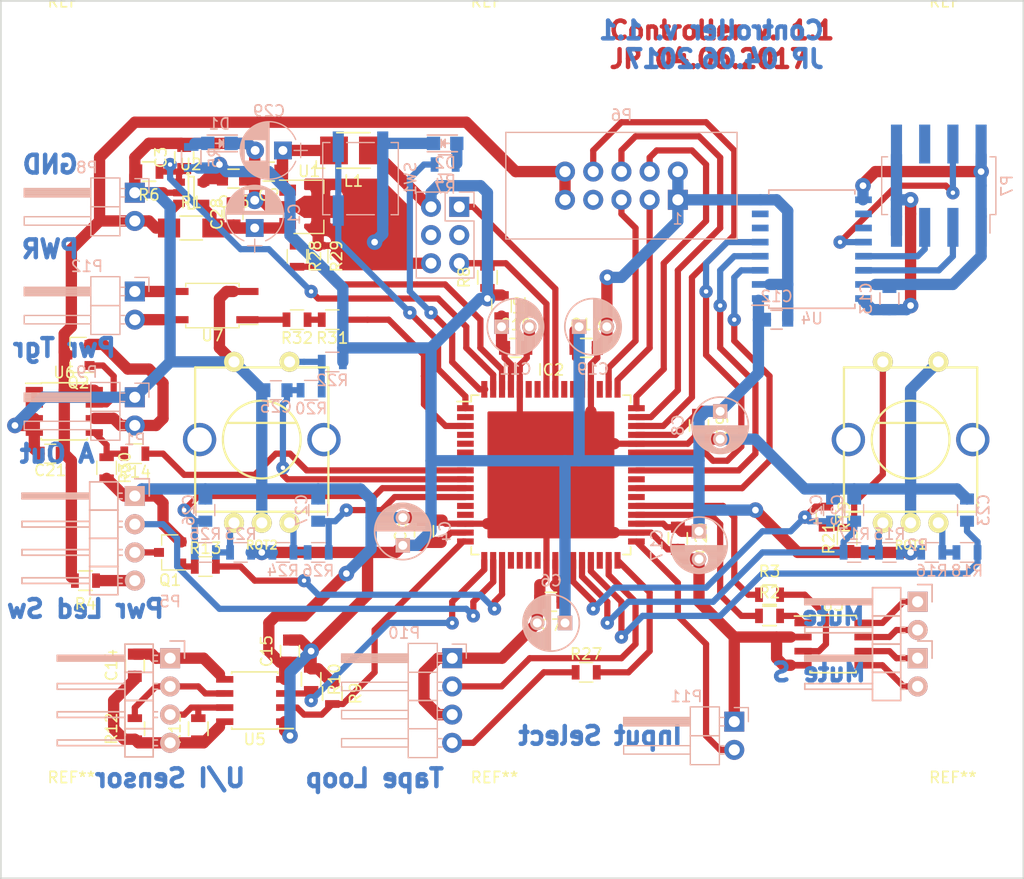
<source format=kicad_pcb>
(kicad_pcb (version 4) (host pcbnew 4.0.6)
  (layers (0 F.Cu signal) (31 B.Cu signal) (34 B.Paste user) (35 F.Paste user) (36 B.SilkS user) (37 F.SilkS user) (38 B.Mask user) (39 F.Mask user) (44 Edge.Cuts user))
  (net 0 "")
  (net 1 VoltageSense)
  (net 2 GND)
  (net 3 "Net-(C2-Pad1)")
  (net 4 CurrentSense)
  (net 5 +3V3)
  (net 6 "Net-(C10-Pad1)")
  (net 7 GNDD)
  (net 8 +5VD)
  (net 9 "Net-(D1-Pad2)")
  (net 10 "Net-(D2-Pad2)")
  (net 11 PDI_Data)
  (net 12 PDI_Clk)
  (net 13 "Net-(P1-Pad4)")
  (net 14 "Net-(P2-Pad1)")
  (net 15 "Net-(P2-Pad2)")
  (net 16 "Net-(P3-Pad1)")
  (net 17 "Net-(P3-Pad2)")
  (net 18 "Net-(P5-Pad2)")
  (net 19 "Net-(P5-Pad3)")
  (net 20 VDD)
  (net 21 /Vol_CS)
  (net 22 /Vol_SCLK)
  (net 23 /Vol_SDI)
  (net 24 "Net-(R2-Pad2)")
  (net 25 "Net-(R3-Pad2)")
  (net 26 SDA)
  (net 27 SCL)
  (net 28 Select-In3)
  (net 29 Select-TapeLoop)
  (net 30 Select-In2)
  (net 31 Select-InTape)
  (net 32 Select-In1)
  (net 33 Mute)
  (net 34 MuteS)
  (net 35 LED)
  (net 36 ENC1_Switch)
  (net 37 ENC1_A)
  (net 38 ENC1_B)
  (net 39 ENC2_Switch)
  (net 40 ENC2_A)
  (net 41 ENC2_B)
  (net 42 VolCtrlSelect)
  (net 43 MOSI)
  (net 44 SCK)
  (net 45 /CR_VDD)
  (net 46 /CR_GND)
  (net 47 "Net-(IC2-Pad2)")
  (net 48 "Net-(IC2-Pad6)")
  (net 49 "Net-(IC2-Pad7)")
  (net 50 "Net-(IC2-Pad12)")
  (net 51 "Net-(IC2-Pad13)")
  (net 52 "Net-(IC2-Pad26)")
  (net 53 "Net-(IC2-Pad30)")
  (net 54 "Net-(IC2-Pad38)")
  (net 55 "Net-(IC2-Pad40)")
  (net 56 "Net-(IC2-Pad42)")
  (net 57 "Net-(IC2-Pad51)")
  (net 58 "Net-(IC2-Pad54)")
  (net 59 "Net-(IC2-Pad55)")
  (net 60 "Net-(IC2-Pad58)")
  (net 61 "Net-(IC2-Pad59)")
  (net 62 "Net-(P4-Pad3)")
  (net 63 "Net-(P4-Pad4)")
  (net 64 "Net-(P6-Pad7)")
  (net 65 "Net-(P7-Pad6)")
  (net 66 "Net-(Q1-Pad1)")
  (net 67 "Net-(Q2-Pad1)")
  (net 68 "Net-(P9-Pad2)")
  (net 69 "Net-(R14-Pad2)")
  (net 70 "Net-(R15-Pad2)")
  (net 71 "Net-(R16-Pad2)")
  (net 72 Switch)
  (net 73 "Net-(U4-Pad6)")
  (net 74 "Net-(U4-Pad7)")
  (net 75 "Net-(U4-Pad10)")
  (net 76 "Net-(U4-Pad11)")
  (net 77 "Net-(R19-Pad2)")
  (net 78 "Net-(R20-Pad2)")
  (net 79 "Net-(R23-Pad2)")
  (net 80 "Net-(R24-Pad2)")
  (net 81 "Net-(P1-Pad3)")
  (net 82 "Net-(U6-Pad1)")
  (net 83 "Net-(IC2-Pad21)")
  (net 84 "Net-(IC2-Pad22)")
  (net 85 "Net-(IC2-Pad23)")
  (net 86 Power_LED)
  (net 87 Power_Switch)
  (net 88 "Net-(P10-Pad4)")
  (net 89 TapeLoop_LED)
  (net 90 TapeLoop_Switch)
  (net 91 InputSelector_Switch)
  (net 92 "Net-(IC2-Pad20)")
  (net 93 "Net-(C1-Pad1)")
  (net 94 "Net-(IC2-Pad4)")
  (net 95 "Net-(IC2-Pad5)")
  (net 96 MainPowerTrigger)
  (net 97 ANALOG_OUT)
  (net 98 "Net-(P12-Pad1)")
  (net 99 "Net-(P12-Pad2)")
  (net 100 "Net-(R31-Pad2)")
  (net 101 "Net-(R32-Pad2)")
  (module Resistors_SMD:R_0805 (layer F.Cu) (at 130.175 93.98)
    (fp_text reference R3 (at 0 -2.1) (layer F.SilkS))
    (fp_text value 1k5)
    (pad 1 smd rect (at -0.95 0) (size 0.7 1.3) (layers F.Cu F.Paste F.Mask) (net 34 MuteS))
    (pad 2 smd rect (at 0.95 0) (size 0.7 1.3) (layers F.Cu F.Paste F.Mask) (net 25 "Net-(R3-Pad2)"))
  )
  (module Capacitors_SMD:C_0805 (layer B.Cu) (at 130.81 69.215 180)
    (fp_text reference C12 (at 0 2.1 180) (layer B.SilkS) (effects (justify mirror)))
    (fp_text value 100n)
    (pad 1 smd rect (at -1 0 180) (size 1 1.25) (layers B.Cu B.Paste B.Mask) (net 2 GND))
    (pad 2 smd rect (at 1 0 180) (size 1 1.25) (layers B.Cu B.Paste B.Mask) (net 5 +3V3))
  )
  (module LEDs:LED_0805 (layer B.Cu) (at 80.645 53.34 180)
    (fp_text reference D1 (at 0 1.75 180) (layer B.SilkS) (effects (justify mirror)))
    (fp_text value "LED Red")
    (pad 2 smd rect (at 1.04902 0) (size 1.19888 1.19888) (layers B.Cu B.Paste B.Mask) (net 9 "Net-(D1-Pad2)"))
    (pad 1 smd rect (at -1.04902 0) (size 1.19888 1.19888) (layers B.Cu B.Paste B.Mask) (net 2 GND))
  )
  (module LEDs:LED_0805 (layer B.Cu) (at 100.965 53.34)
    (fp_text reference D2 (at 0 1.75) (layer B.SilkS) (effects (justify mirror)))
    (fp_text value "LED Green")
    (pad 2 smd rect (at 1.04902 0 180) (size 1.19888 1.19888) (layers B.Cu B.Paste B.Mask) (net 10 "Net-(D2-Pad2)"))
    (pad 1 smd rect (at -1.04902 0 180) (size 1.19888 1.19888) (layers B.Cu B.Paste B.Mask) (net 2 GND))
  )
  (module Pin_Headers:Pin_Header_Angled_1x04 (layer B.Cu) (at 73.025 85.09 180)
    (fp_text reference P1 (at 0 5.1 180) (layer B.SilkS) (effects (justify mirror)))
    (fp_text value PowerControl)
    (pad 1 thru_hole rect (at 0 0 180) (size 1.8 1.8) (drill 1) (layers *.Cu *.Mask B.SilkS) (net 2 GND))
    (pad 2 thru_hole oval (at 0 -2.54 180) (size 1.8 1.8) (drill 1) (layers *.Cu *.Mask B.SilkS) (net 87 Power_Switch))
    (pad 3 thru_hole oval (at 0 -5.08 180) (size 1.8 1.8) (drill 1) (layers *.Cu *.Mask B.SilkS) (net 81 "Net-(P1-Pad3)"))
    (pad 4 thru_hole oval (at 0 -7.62 180) (size 1.8 1.8) (drill 1) (layers *.Cu *.Mask B.SilkS) (net 13 "Net-(P1-Pad4)"))
  )
  (module Pin_Headers:Pin_Header_Angled_1x02 (layer B.Cu) (at 143.51 94.615 180)
    (fp_text reference P2 (at 0 5.1 180) (layer B.SilkS) (effects (justify mirror)))
    (fp_text value PowerAmpMute)
    (pad 1 thru_hole rect (at 0 0 180) (size 1.8 1.8) (drill 1) (layers *.Cu *.Mask B.SilkS) (net 14 "Net-(P2-Pad1)"))
    (pad 2 thru_hole oval (at 0 -2.54 180) (size 1.8 1.8) (drill 1) (layers *.Cu *.Mask B.SilkS) (net 15 "Net-(P2-Pad2)"))
  )
  (module Pin_Headers:Pin_Header_Angled_1x02 (layer B.Cu) (at 143.51 99.695 180)
    (fp_text reference P3 (at 0 5.1 180) (layer B.SilkS) (effects (justify mirror)))
    (fp_text value SPowerAmpMute)
    (pad 1 thru_hole rect (at 0 0 180) (size 1.8 1.8) (drill 1) (layers *.Cu *.Mask B.SilkS) (net 16 "Net-(P3-Pad1)"))
    (pad 2 thru_hole oval (at 0 -2.54 180) (size 1.8 1.8) (drill 1) (layers *.Cu *.Mask B.SilkS) (net 17 "Net-(P3-Pad2)"))
  )
  (module Pin_Headers:Pin_Header_Angled_1x04 (layer B.Cu) (at 76.2 99.695 180)
    (fp_text reference P5 (at 0 5.1 180) (layer B.SilkS) (effects (justify mirror)))
    (fp_text value CurrentSense)
    (pad 1 thru_hole rect (at 0 0 180) (size 1.8 1.8) (drill 1) (layers *.Cu *.Mask B.SilkS) (net 46 /CR_GND))
    (pad 2 thru_hole oval (at 0 -2.54 180) (size 1.8 1.8) (drill 1) (layers *.Cu *.Mask B.SilkS) (net 18 "Net-(P5-Pad2)"))
    (pad 3 thru_hole oval (at 0 -5.08 180) (size 1.8 1.8) (drill 1) (layers *.Cu *.Mask B.SilkS) (net 19 "Net-(P5-Pad3)"))
    (pad 4 thru_hole oval (at 0 -7.62 180) (size 1.8 1.8) (drill 1) (layers *.Cu *.Mask B.SilkS) (net 45 /CR_VDD))
  )
  (module Resistors_SMD:R_1206_HandSoldering (layer F.Cu) (at 78.105 60.96)
    (fp_text reference R1 (at 0 -2.3) (layer F.SilkS))
    (fp_text value 1)
    (pad 1 smd rect (at -2 0) (size 2 1.7) (layers F.Cu F.Paste F.Mask) (net 20 VDD))
    (pad 2 smd rect (at 2 0) (size 2 1.7) (layers F.Cu F.Paste F.Mask) (net 93 "Net-(C1-Pad1)"))
  )
  (module sparkfun:SF-ROTARY-ENCODER (layer F.Cu) (at 142.875 80.01)
    (fp_text reference ROT1 (at 0 9.5) (layer F.SilkS) (effects (font (size 0.762 0.762) (thickness 0.1524))))
    (fp_text value ROTARY-ENCODER hide)
    (pad 1 thru_hole circle (at -2.5 -7) (size 1.8 1.8) (drill 1) (layers *.Cu *.Mask F.SilkS) (net 77 "Net-(R19-Pad2)"))
    (pad 2 thru_hole circle (at -2.5 7.5) (size 1.8 1.8) (drill 1) (layers *.Cu *.Mask F.SilkS) (net 70 "Net-(R15-Pad2)"))
    (pad 3 thru_hole circle (at 0 7.5) (size 1.8 1.8) (drill 1) (layers *.Cu *.Mask F.SilkS) (net 2 GND))
    (pad 4 thru_hole circle (at 2.5 7.5) (size 1.8 1.8) (drill 1) (layers *.Cu *.Mask F.SilkS) (net 71 "Net-(R16-Pad2)"))
    (pad 5 thru_hole circle (at 2.5 -7) (size 1.8 1.8) (drill 1) (layers *.Cu *.Mask F.SilkS) (net 2 GND))
    (pad "" np_thru_hole circle (at 5.6 0) (size 3 3) (drill 2.2) (layers *.Cu *.Mask))
    (pad "" np_thru_hole circle (at -5.6 0) (size 3 3) (drill 2.2) (layers *.Cu *.Mask))
  )
  (module sparkfun:SF-ROTARY-ENCODER (layer F.Cu) (at 84.455 80.01)
    (fp_text reference ROT2 (at 0 9.5) (layer F.SilkS) (effects (font (size 0.762 0.762) (thickness 0.1524))))
    (fp_text value ROTARY-ENCODER hide)
    (pad 1 thru_hole circle (at -2.5 -7) (size 1.8 1.8) (drill 1) (layers *.Cu *.Mask F.SilkS) (net 2 GND))
    (pad 2 thru_hole circle (at -2.5 7.5) (size 1.8 1.8) (drill 1) (layers *.Cu *.Mask F.SilkS) (net 79 "Net-(R23-Pad2)"))
    (pad 3 thru_hole circle (at 0 7.5) (size 1.8 1.8) (drill 1) (layers *.Cu *.Mask F.SilkS) (net 2 GND))
    (pad 4 thru_hole circle (at 2.5 7.5) (size 1.8 1.8) (drill 1) (layers *.Cu *.Mask F.SilkS) (net 80 "Net-(R24-Pad2)"))
    (pad 5 thru_hole circle (at 2.5 -7) (size 1.8 1.8) (drill 1) (layers *.Cu *.Mask F.SilkS) (net 78 "Net-(R20-Pad2)"))
    (pad "" np_thru_hole circle (at 5.6 0) (size 3 3) (drill 2.2) (layers *.Cu *.Mask))
    (pad "" np_thru_hole circle (at -5.6 0) (size 3 3) (drill 2.2) (layers *.Cu *.Mask))
  )
  (module TO_SOT_Packages_SMD:SOT-23-5 (layer F.Cu) (at 78.105 57.785)
    (fp_text reference U2 (at -0.05 -2.55) (layer F.SilkS))
    (fp_text value INA169)
    (pad 1 smd rect (at -1.1 -0.95) (size 1.06 0.65) (layers F.Cu F.Paste F.Mask) (net 4 CurrentSense))
    (pad 2 smd rect (at -1.1 0) (size 1.06 0.65) (layers F.Cu F.Paste F.Mask) (net 2 GND))
    (pad 3 smd rect (at -1.1 0.95) (size 1.06 0.65) (layers F.Cu F.Paste F.Mask) (net 20 VDD))
    (pad 4 smd rect (at 1.1 0.95) (size 1.06 0.65) (layers F.Cu F.Paste F.Mask) (net 93 "Net-(C1-Pad1)"))
    (pad 5 smd rect (at 1.1 -0.95) (size 1.06 0.65) (layers F.Cu F.Paste F.Mask) (net 5 +3V3))
  )
  (module Housings_SOIC:SOIC-8_3.9x4.9mm_Pitch1.27mm (layer F.Cu) (at 135.89 98.425)
    (fp_text reference U3 (at 0 -3.5) (layer F.SilkS))
    (fp_text value ILD217)
    (pad 1 smd rect (at -2.7 -1.905) (size 1.55 0.6) (layers F.Cu F.Paste F.Mask) (net 24 "Net-(R2-Pad2)"))
    (pad 2 smd rect (at -2.7 -0.635) (size 1.55 0.6) (layers F.Cu F.Paste F.Mask) (net 2 GND))
    (pad 3 smd rect (at -2.7 0.635) (size 1.55 0.6) (layers F.Cu F.Paste F.Mask) (net 25 "Net-(R3-Pad2)"))
    (pad 4 smd rect (at -2.7 1.905) (size 1.55 0.6) (layers F.Cu F.Paste F.Mask) (net 2 GND))
    (pad 5 smd rect (at 2.7 1.905) (size 1.55 0.6) (layers F.Cu F.Paste F.Mask) (net 17 "Net-(P3-Pad2)"))
    (pad 6 smd rect (at 2.7 0.635) (size 1.55 0.6) (layers F.Cu F.Paste F.Mask) (net 16 "Net-(P3-Pad1)"))
    (pad 7 smd rect (at 2.7 -0.635) (size 1.55 0.6) (layers F.Cu F.Paste F.Mask) (net 15 "Net-(P2-Pad2)"))
    (pad 8 smd rect (at 2.7 -1.905) (size 1.55 0.6) (layers F.Cu F.Paste F.Mask) (net 14 "Net-(P2-Pad1)"))
  )
  (module Housings_SOIC:SOIC-8_3.9x4.9mm_Pitch1.27mm (layer F.Cu) (at 83.82 103.505 180)
    (fp_text reference U5 (at 0 -3.5 180) (layer F.SilkS))
    (fp_text value ISO1541)
    (pad 1 smd rect (at -2.7 -1.905 180) (size 1.55 0.6) (layers F.Cu F.Paste F.Mask) (net 5 +3V3))
    (pad 2 smd rect (at -2.7 -0.635 180) (size 1.55 0.6) (layers F.Cu F.Paste F.Mask) (net 26 SDA))
    (pad 3 smd rect (at -2.7 0.635 180) (size 1.55 0.6) (layers F.Cu F.Paste F.Mask) (net 27 SCL))
    (pad 4 smd rect (at -2.7 1.905 180) (size 1.55 0.6) (layers F.Cu F.Paste F.Mask) (net 2 GND))
    (pad 5 smd rect (at 2.7 1.905 180) (size 1.55 0.6) (layers F.Cu F.Paste F.Mask) (net 46 /CR_GND))
    (pad 6 smd rect (at 2.7 0.635 180) (size 1.55 0.6) (layers F.Cu F.Paste F.Mask) (net 18 "Net-(P5-Pad2)"))
    (pad 7 smd rect (at 2.7 -0.635 180) (size 1.55 0.6) (layers F.Cu F.Paste F.Mask) (net 19 "Net-(P5-Pad3)"))
    (pad 8 smd rect (at 2.7 -1.905 180) (size 1.55 0.6) (layers F.Cu F.Paste F.Mask) (net 45 /CR_VDD))
  )
  (module Capacitors_ThroughHole:C_Radial_D5_L6_P2.5 (layer B.Cu) (at 111.76 96.52 180)
    (fp_text reference C6 (at 1.25 3.8 180) (layer B.SilkS) (effects (justify mirror)))
    (fp_text value 10u)
    (pad 1 thru_hole rect (at 0 0 180) (size 1.3 1.3) (drill 0.8) (layers *.Cu *.Mask B.SilkS) (net 5 +3V3))
    (pad 2 thru_hole circle (at 2.5 0 180) (size 1.3 1.3) (drill 0.8) (layers *.Cu *.Mask B.SilkS) (net 2 GND))
  )
  (module Capacitors_ThroughHole:C_Radial_D5_L6_P2.5 (layer B.Cu) (at 125.73 77.47 270)
    (fp_text reference C8 (at 1.25 3.8 270) (layer B.SilkS) (effects (justify mirror)))
    (fp_text value 10u)
    (pad 1 thru_hole rect (at 0 0 270) (size 1.3 1.3) (drill 0.8) (layers *.Cu *.Mask B.SilkS) (net 5 +3V3))
    (pad 2 thru_hole circle (at 2.5 0 270) (size 1.3 1.3) (drill 0.8) (layers *.Cu *.Mask B.SilkS) (net 2 GND))
  )
  (module Resistors_SMD:R_0805 (layer B.Cu) (at 78.105 54.61 90)
    (fp_text reference R5 (at 0 2.1 90) (layer B.SilkS) (effects (justify mirror)))
    (fp_text value 3k3)
    (pad 1 smd rect (at -0.95 0 90) (size 0.7 1.3) (layers B.Cu B.Paste B.Mask) (net 5 +3V3))
    (pad 2 smd rect (at 0.95 0 90) (size 0.7 1.3) (layers B.Cu B.Paste B.Mask) (net 9 "Net-(D1-Pad2)"))
  )
  (module Capacitors_ThroughHole:C_Radial_D5_L6_P2.5 (layer B.Cu) (at 106.045 69.85)
    (fp_text reference C11 (at 1.25 3.8) (layer B.SilkS) (effects (justify mirror)))
    (fp_text value 10u)
    (pad 1 thru_hole rect (at 0 0) (size 1.3 1.3) (drill 0.8) (layers *.Cu *.Mask B.SilkS) (net 6 "Net-(C10-Pad1)"))
    (pad 2 thru_hole circle (at 2.5 0) (size 1.3 1.3) (drill 0.8) (layers *.Cu *.Mask B.SilkS) (net 2 GND))
  )
  (module Capacitors_SMD:C_0805 (layer F.Cu) (at 77.47 54.61 90)
    (fp_text reference C3 (at 0 -2.1 90) (layer F.SilkS))
    (fp_text value 100n)
    (pad 1 smd rect (at -1 0 90) (size 1 1.25) (layers F.Cu F.Paste F.Mask) (net 4 CurrentSense))
    (pad 2 smd rect (at 1 0 90) (size 1 1.25) (layers F.Cu F.Paste F.Mask) (net 2 GND))
  )
  (module Resistors_SMD:R_0805 (layer F.Cu) (at 74.295 55.88 180)
    (fp_text reference R6 (at 0 -2.1 180) (layer F.SilkS))
    (fp_text value 1k)
    (pad 1 smd rect (at -0.95 0 180) (size 0.7 1.3) (layers F.Cu F.Paste F.Mask) (net 4 CurrentSense))
    (pad 2 smd rect (at 0.95 0 180) (size 0.7 1.3) (layers F.Cu F.Paste F.Mask) (net 2 GND))
  )
  (module Capacitors_ThroughHole:C_Radial_D5_L6_P2.5 (layer B.Cu) (at 97.155 89.535 90)
    (fp_text reference C4 (at 1.25 3.8 90) (layer B.SilkS) (effects (justify mirror)))
    (fp_text value 10u)
    (pad 1 thru_hole rect (at 0 0 90) (size 1.3 1.3) (drill 0.8) (layers *.Cu *.Mask B.SilkS) (net 5 +3V3))
    (pad 2 thru_hole circle (at 2.5 0 90) (size 1.3 1.3) (drill 0.8) (layers *.Cu *.Mask B.SilkS) (net 2 GND))
  )
  (module Capacitors_SMD:C_0805 (layer F.Cu) (at 99.06 88.265 90)
    (fp_text reference C5 (at 0 -2.1 90) (layer F.SilkS))
    (fp_text value 100n)
    (pad 1 smd rect (at -1 0 90) (size 1 1.25) (layers F.Cu F.Paste F.Mask) (net 5 +3V3))
    (pad 2 smd rect (at 1 0 90) (size 1 1.25) (layers F.Cu F.Paste F.Mask) (net 2 GND))
  )
  (module Capacitors_SMD:C_0805 (layer F.Cu) (at 110.49 94.615 180)
    (fp_text reference C7 (at 0 -2.1 180) (layer F.SilkS))
    (fp_text value 100n)
    (pad 1 smd rect (at -1 0 180) (size 1 1.25) (layers F.Cu F.Paste F.Mask) (net 5 +3V3))
    (pad 2 smd rect (at 1 0 180) (size 1 1.25) (layers F.Cu F.Paste F.Mask) (net 2 GND))
  )
  (module Capacitors_SMD:C_0805 (layer F.Cu) (at 123.825 78.74 270)
    (fp_text reference C9 (at 0 -2.1 270) (layer F.SilkS))
    (fp_text value 100n)
    (pad 1 smd rect (at -1 0 270) (size 1 1.25) (layers F.Cu F.Paste F.Mask) (net 5 +3V3))
    (pad 2 smd rect (at 1 0 270) (size 1 1.25) (layers F.Cu F.Paste F.Mask) (net 2 GND))
  )
  (module Capacitors_SMD:C_0805 (layer F.Cu) (at 107.315 71.755)
    (fp_text reference C10 (at 0 -2.1) (layer F.SilkS))
    (fp_text value 100n)
    (pad 1 smd rect (at -1 0) (size 1 1.25) (layers F.Cu F.Paste F.Mask) (net 6 "Net-(C10-Pad1)"))
    (pad 2 smd rect (at 1 0) (size 1 1.25) (layers F.Cu F.Paste F.Mask) (net 2 GND))
  )
  (module Capacitors_SMD:C_0805 (layer F.Cu) (at 85.09 55.88 180)
    (fp_text reference C2 (at 0 -2.1 180) (layer F.SilkS))
    (fp_text value 100n)
    (pad 1 smd rect (at -1 0 180) (size 1 1.25) (layers F.Cu F.Paste F.Mask) (net 3 "Net-(C2-Pad1)"))
    (pad 2 smd rect (at 1 0 180) (size 1 1.25) (layers F.Cu F.Paste F.Mask) (net 2 GND))
  )
  (module Capacitors_SMD:C_0805 (layer B.Cu) (at 140.97 67.31 270)
    (fp_text reference C13 (at 0 2.1 270) (layer B.SilkS) (effects (justify mirror)))
    (fp_text value 100n)
    (pad 1 smd rect (at -1 0 270) (size 1 1.25) (layers B.Cu B.Paste B.Mask) (net 7 GNDD))
    (pad 2 smd rect (at 1 0 270) (size 1 1.25) (layers B.Cu B.Paste B.Mask) (net 8 +5VD))
  )
  (module Capacitors_SMD:C_0805 (layer F.Cu) (at 73.025 100.33 90)
    (fp_text reference C14 (at 0 -2.1 90) (layer F.SilkS))
    (fp_text value 100n)
    (pad 1 smd rect (at -1 0 90) (size 1 1.25) (layers F.Cu F.Paste F.Mask) (net 45 /CR_VDD))
    (pad 2 smd rect (at 1 0 90) (size 1 1.25) (layers F.Cu F.Paste F.Mask) (net 46 /CR_GND))
  )
  (module Capacitors_SMD:C_0805 (layer F.Cu) (at 86.995 99.06 90)
    (fp_text reference C15 (at 0 -2.1 90) (layer F.SilkS))
    (fp_text value 100n)
    (pad 1 smd rect (at -1 0 90) (size 1 1.25) (layers F.Cu F.Paste F.Mask) (net 2 GND))
    (pad 2 smd rect (at 1 0 90) (size 1 1.25) (layers F.Cu F.Paste F.Mask) (net 5 +3V3))
  )
  (module Capacitors_SMD:C_0805 (layer F.Cu) (at 81.915 56.515 180)
    (fp_text reference C16 (at 0 -2.1 180) (layer F.SilkS))
    (fp_text value 100n)
    (pad 1 smd rect (at -1 0 180) (size 1 1.25) (layers F.Cu F.Paste F.Mask) (net 2 GND))
    (pad 2 smd rect (at 1 0 180) (size 1 1.25) (layers F.Cu F.Paste F.Mask) (net 5 +3V3))
  )
  (module Resistors_SMD:R_0805 (layer F.Cu) (at 130.175 95.885)
    (fp_text reference R2 (at 0 -2.1) (layer F.SilkS))
    (fp_text value 1k5)
    (pad 1 smd rect (at -0.95 0) (size 0.7 1.3) (layers F.Cu F.Paste F.Mask) (net 33 Mute))
    (pad 2 smd rect (at 0.95 0) (size 0.7 1.3) (layers F.Cu F.Paste F.Mask) (net 24 "Net-(R2-Pad2)"))
  )
  (module Resistors_SMD:R_0805 (layer F.Cu) (at 68.58 92.71 180)
    (fp_text reference R4 (at 0 -2.1 180) (layer F.SilkS))
    (fp_text value 1k)
    (pad 1 smd rect (at -0.95 0 180) (size 0.7 1.3) (layers F.Cu F.Paste F.Mask) (net 13 "Net-(P1-Pad4)"))
    (pad 2 smd rect (at 0.95 0 180) (size 0.7 1.3) (layers F.Cu F.Paste F.Mask) (net 20 VDD))
  )
  (module Resistors_SMD:R_0805 (layer B.Cu) (at 100.965 55.245)
    (fp_text reference R7 (at 0 2.1) (layer B.SilkS) (effects (justify mirror)))
    (fp_text value 2k4)
    (pad 1 smd rect (at -0.95 0) (size 0.7 1.3) (layers B.Cu B.Paste B.Mask) (net 35 LED))
    (pad 2 smd rect (at 0.95 0) (size 0.7 1.3) (layers B.Cu B.Paste B.Mask) (net 10 "Net-(D2-Pad2)"))
  )
  (module Resistors_SMD:R_0805 (layer F.Cu) (at 104.775 65.405 90)
    (fp_text reference R8 (at 0 -2.1 90) (layer F.SilkS))
    (fp_text value 10k)
    (pad 1 smd rect (at -0.95 0 90) (size 0.7 1.3) (layers F.Cu F.Paste F.Mask) (net 5 +3V3))
    (pad 2 smd rect (at 0.95 0 90) (size 0.7 1.3) (layers F.Cu F.Paste F.Mask) (net 12 PDI_Clk))
  )
  (module Resistors_SMD:R_0805 (layer F.Cu) (at 90.805 102.87 270)
    (fp_text reference R9 (at 0 -2.1 270) (layer F.SilkS))
    (fp_text value 10k)
    (pad 1 smd rect (at -0.95 0 270) (size 0.7 1.3) (layers F.Cu F.Paste F.Mask) (net 5 +3V3))
    (pad 2 smd rect (at 0.95 0 270) (size 0.7 1.3) (layers F.Cu F.Paste F.Mask) (net 26 SDA))
  )
  (module Resistors_SMD:R_0805 (layer F.Cu) (at 88.9 101.6 270)
    (fp_text reference R10 (at 0 -2.1 270) (layer F.SilkS))
    (fp_text value 10k)
    (pad 1 smd rect (at -0.95 0 270) (size 0.7 1.3) (layers F.Cu F.Paste F.Mask) (net 5 +3V3))
    (pad 2 smd rect (at 0.95 0 270) (size 0.7 1.3) (layers F.Cu F.Paste F.Mask) (net 27 SCL))
  )
  (module Resistors_SMD:R_0805 (layer F.Cu) (at 78.74 106.045 90)
    (fp_text reference R11 (at 0 -2.1 90) (layer F.SilkS))
    (fp_text value 10k)
    (pad 1 smd rect (at -0.95 0 90) (size 0.7 1.3) (layers F.Cu F.Paste F.Mask) (net 45 /CR_VDD))
    (pad 2 smd rect (at 0.95 0 90) (size 0.7 1.3) (layers F.Cu F.Paste F.Mask) (net 19 "Net-(P5-Pad3)"))
  )
  (module Resistors_SMD:R_0805 (layer F.Cu) (at 73.025 106.045 90)
    (fp_text reference R12 (at 0 -2.1 90) (layer F.SilkS))
    (fp_text value 10k)
    (pad 1 smd rect (at -0.95 0 90) (size 0.7 1.3) (layers F.Cu F.Paste F.Mask) (net 45 /CR_VDD))
    (pad 2 smd rect (at 0.95 0 90) (size 0.7 1.3) (layers F.Cu F.Paste F.Mask) (net 18 "Net-(P5-Pad2)"))
  )
  (module Capacitors_ThroughHole:C_Radial_D5_L6_P2.5 (layer B.Cu) (at 123.825 88.265 270)
    (fp_text reference C17 (at 1.25 3.8 270) (layer B.SilkS) (effects (justify mirror)))
    (fp_text value 10u)
    (pad 1 thru_hole rect (at 0 0 270) (size 1.3 1.3) (drill 0.8) (layers *.Cu *.Mask B.SilkS) (net 5 +3V3))
    (pad 2 thru_hole circle (at 2.5 0 270) (size 1.3 1.3) (drill 0.8) (layers *.Cu *.Mask B.SilkS) (net 2 GND))
  )
  (module Capacitors_SMD:C_0805 (layer F.Cu) (at 113.665 71.755)
    (fp_text reference C18 (at 0 -2.1) (layer F.SilkS))
    (fp_text value 100n)
    (pad 1 smd rect (at -1 0) (size 1 1.25) (layers F.Cu F.Paste F.Mask) (net 5 +3V3))
    (pad 2 smd rect (at 1 0) (size 1 1.25) (layers F.Cu F.Paste F.Mask) (net 2 GND))
  )
  (module Capacitors_ThroughHole:C_Radial_D5_L6_P2.5 (layer B.Cu) (at 113.03 69.85)
    (fp_text reference C19 (at 1.25 3.8) (layer B.SilkS) (effects (justify mirror)))
    (fp_text value 10u)
    (pad 1 thru_hole rect (at 0 0) (size 1.3 1.3) (drill 0.8) (layers *.Cu *.Mask B.SilkS) (net 5 +3V3))
    (pad 2 thru_hole circle (at 2.5 0) (size 1.3 1.3) (drill 0.8) (layers *.Cu *.Mask B.SilkS) (net 2 GND))
  )
  (module Capacitors_SMD:C_0805 (layer F.Cu) (at 121.92 88.9 270)
    (fp_text reference C20 (at 0 -2.1 270) (layer F.SilkS))
    (fp_text value 100n)
    (pad 1 smd rect (at -1 0 270) (size 1 1.25) (layers F.Cu F.Paste F.Mask) (net 5 +3V3))
    (pad 2 smd rect (at 1 0 270) (size 1 1.25) (layers F.Cu F.Paste F.Mask) (net 2 GND))
  )
  (module Housings_QFP:TQFP-64_14x14mm_Pitch0.8mm (layer F.Cu) (at 110.49 83.185)
    (fp_text reference IC2 (at 0 -9.45) (layer F.SilkS))
    (fp_text value ATXMEGA128A3-A)
    (pad 1 smd rect (at -7.7 -6) (size 1.5 0.55) (layers F.Cu F.Paste F.Mask) (net 72 Switch))
    (pad 2 smd rect (at -7.7 -5.2) (size 1.5 0.55) (layers F.Cu F.Paste F.Mask) (net 47 "Net-(IC2-Pad2)"))
    (pad 3 smd rect (at -7.7 -4.4) (size 1.5 0.55) (layers F.Cu F.Paste F.Mask) (net 96 MainPowerTrigger))
    (pad 4 smd rect (at -7.7 -3.6) (size 1.5 0.55) (layers F.Cu F.Paste F.Mask) (net 94 "Net-(IC2-Pad4)"))
    (pad 5 smd rect (at -7.7 -2.8) (size 1.5 0.55) (layers F.Cu F.Paste F.Mask) (net 95 "Net-(IC2-Pad5)"))
    (pad 6 smd rect (at -7.7 -2) (size 1.5 0.55) (layers F.Cu F.Paste F.Mask) (net 48 "Net-(IC2-Pad6)"))
    (pad 7 smd rect (at -7.7 -1.2) (size 1.5 0.55) (layers F.Cu F.Paste F.Mask) (net 49 "Net-(IC2-Pad7)"))
    (pad 8 smd rect (at -7.7 -0.4) (size 1.5 0.55) (layers F.Cu F.Paste F.Mask) (net 97 ANALOG_OUT))
    (pad 9 smd rect (at -7.7 0.4) (size 1.5 0.55) (layers F.Cu F.Paste F.Mask) (net 39 ENC2_Switch))
    (pad 10 smd rect (at -7.7 1.2) (size 1.5 0.55) (layers F.Cu F.Paste F.Mask) (net 40 ENC2_A))
    (pad 11 smd rect (at -7.7 2) (size 1.5 0.55) (layers F.Cu F.Paste F.Mask) (net 41 ENC2_B))
    (pad 12 smd rect (at -7.7 2.8) (size 1.5 0.55) (layers F.Cu F.Paste F.Mask) (net 50 "Net-(IC2-Pad12)"))
    (pad 13 smd rect (at -7.7 3.6) (size 1.5 0.55) (layers F.Cu F.Paste F.Mask) (net 51 "Net-(IC2-Pad13)"))
    (pad 14 smd rect (at -7.7 4.4) (size 1.5 0.55) (layers F.Cu F.Paste F.Mask) (net 2 GND))
    (pad 15 smd rect (at -7.7 5.2) (size 1.5 0.55) (layers F.Cu F.Paste F.Mask) (net 5 +3V3))
    (pad 16 smd rect (at -7.7 6) (size 1.5 0.55) (layers F.Cu F.Paste F.Mask) (net 26 SDA))
    (pad 17 smd rect (at -6 7.7 90) (size 1.5 0.55) (layers F.Cu F.Paste F.Mask) (net 27 SCL))
    (pad 18 smd rect (at -5.2 7.7 90) (size 1.5 0.55) (layers F.Cu F.Paste F.Mask) (net 87 Power_Switch))
    (pad 19 smd rect (at -4.4 7.7 90) (size 1.5 0.55) (layers F.Cu F.Paste F.Mask) (net 86 Power_LED))
    (pad 20 smd rect (at -3.6 7.7 90) (size 1.5 0.55) (layers F.Cu F.Paste F.Mask) (net 92 "Net-(IC2-Pad20)"))
    (pad 21 smd rect (at -2.8 7.7 90) (size 1.5 0.55) (layers F.Cu F.Paste F.Mask) (net 83 "Net-(IC2-Pad21)"))
    (pad 22 smd rect (at -2 7.7 90) (size 1.5 0.55) (layers F.Cu F.Paste F.Mask) (net 84 "Net-(IC2-Pad22)"))
    (pad 23 smd rect (at -1.2 7.7 90) (size 1.5 0.55) (layers F.Cu F.Paste F.Mask) (net 85 "Net-(IC2-Pad23)"))
    (pad 24 smd rect (at -0.4 7.7 90) (size 1.5 0.55) (layers F.Cu F.Paste F.Mask) (net 2 GND))
    (pad 25 smd rect (at 0.4 7.7 90) (size 1.5 0.55) (layers F.Cu F.Paste F.Mask) (net 5 +3V3))
    (pad 26 smd rect (at 1.2 7.7 90) (size 1.5 0.55) (layers F.Cu F.Paste F.Mask) (net 52 "Net-(IC2-Pad26)"))
    (pad 27 smd rect (at 2 7.7 90) (size 1.5 0.55) (layers F.Cu F.Paste F.Mask) (net 36 ENC1_Switch))
    (pad 28 smd rect (at 2.8 7.7 90) (size 1.5 0.55) (layers F.Cu F.Paste F.Mask) (net 37 ENC1_A))
    (pad 29 smd rect (at 3.6 7.7 90) (size 1.5 0.55) (layers F.Cu F.Paste F.Mask) (net 38 ENC1_B))
    (pad 30 smd rect (at 4.4 7.7 90) (size 1.5 0.55) (layers F.Cu F.Paste F.Mask) (net 53 "Net-(IC2-Pad30)"))
    (pad 31 smd rect (at 5.2 7.7 90) (size 1.5 0.55) (layers F.Cu F.Paste F.Mask) (net 90 TapeLoop_Switch))
    (pad 32 smd rect (at 6 7.7 90) (size 1.5 0.55) (layers F.Cu F.Paste F.Mask) (net 89 TapeLoop_LED))
    (pad 33 smd rect (at 7.7 6) (size 1.5 0.55) (layers F.Cu F.Paste F.Mask) (net 91 InputSelector_Switch))
    (pad 34 smd rect (at 7.7 5.2) (size 1.5 0.55) (layers F.Cu F.Paste F.Mask) (net 2 GND))
    (pad 35 smd rect (at 7.7 4.4) (size 1.5 0.55) (layers F.Cu F.Paste F.Mask) (net 5 +3V3))
    (pad 36 smd rect (at 7.7 3.6) (size 1.5 0.55) (layers F.Cu F.Paste F.Mask) (net 33 Mute))
    (pad 37 smd rect (at 7.7 2.8) (size 1.5 0.55) (layers F.Cu F.Paste F.Mask) (net 34 MuteS))
    (pad 38 smd rect (at 7.7 2) (size 1.5 0.55) (layers F.Cu F.Paste F.Mask) (net 54 "Net-(IC2-Pad38)"))
    (pad 39 smd rect (at 7.7 1.2) (size 1.5 0.55) (layers F.Cu F.Paste F.Mask) (net 42 VolCtrlSelect))
    (pad 40 smd rect (at 7.7 0.4) (size 1.5 0.55) (layers F.Cu F.Paste F.Mask) (net 55 "Net-(IC2-Pad40)"))
    (pad 41 smd rect (at 7.7 -0.4) (size 1.5 0.55) (layers F.Cu F.Paste F.Mask) (net 43 MOSI))
    (pad 42 smd rect (at 7.7 -1.2) (size 1.5 0.55) (layers F.Cu F.Paste F.Mask) (net 56 "Net-(IC2-Pad42)"))
    (pad 43 smd rect (at 7.7 -2) (size 1.5 0.55) (layers F.Cu F.Paste F.Mask) (net 44 SCK))
    (pad 44 smd rect (at 7.7 -2.8) (size 1.5 0.55) (layers F.Cu F.Paste F.Mask) (net 2 GND))
    (pad 45 smd rect (at 7.7 -3.6) (size 1.5 0.55) (layers F.Cu F.Paste F.Mask) (net 5 +3V3))
    (pad 46 smd rect (at 7.7 -4.4) (size 1.5 0.55) (layers F.Cu F.Paste F.Mask) (net 32 Select-In1))
    (pad 47 smd rect (at 7.7 -5.2) (size 1.5 0.55) (layers F.Cu F.Paste F.Mask) (net 30 Select-In2))
    (pad 48 smd rect (at 7.7 -6) (size 1.5 0.55) (layers F.Cu F.Paste F.Mask) (net 28 Select-In3))
    (pad 49 smd rect (at 6 -7.7 90) (size 1.5 0.55) (layers F.Cu F.Paste F.Mask) (net 29 Select-TapeLoop))
    (pad 50 smd rect (at 5.2 -7.7 90) (size 1.5 0.55) (layers F.Cu F.Paste F.Mask) (net 31 Select-InTape))
    (pad 51 smd rect (at 4.4 -7.7 90) (size 1.5 0.55) (layers F.Cu F.Paste F.Mask) (net 57 "Net-(IC2-Pad51)"))
    (pad 52 smd rect (at 3.6 -7.7 90) (size 1.5 0.55) (layers F.Cu F.Paste F.Mask) (net 2 GND))
    (pad 53 smd rect (at 2.8 -7.7 90) (size 1.5 0.55) (layers F.Cu F.Paste F.Mask) (net 5 +3V3))
    (pad 54 smd rect (at 2 -7.7 90) (size 1.5 0.55) (layers F.Cu F.Paste F.Mask) (net 58 "Net-(IC2-Pad54)"))
    (pad 55 smd rect (at 1.2 -7.7 90) (size 1.5 0.55) (layers F.Cu F.Paste F.Mask) (net 59 "Net-(IC2-Pad55)"))
    (pad 56 smd rect (at 0.4 -7.7 90) (size 1.5 0.55) (layers F.Cu F.Paste F.Mask) (net 11 PDI_Data))
    (pad 57 smd rect (at -0.4 -7.7 90) (size 1.5 0.55) (layers F.Cu F.Paste F.Mask) (net 12 PDI_Clk))
    (pad 58 smd rect (at -1.2 -7.7 90) (size 1.5 0.55) (layers F.Cu F.Paste F.Mask) (net 60 "Net-(IC2-Pad58)"))
    (pad 59 smd rect (at -2 -7.7 90) (size 1.5 0.55) (layers F.Cu F.Paste F.Mask) (net 61 "Net-(IC2-Pad59)"))
    (pad 60 smd rect (at -2.8 -7.7 90) (size 1.5 0.55) (layers F.Cu F.Paste F.Mask) (net 2 GND))
    (pad 61 smd rect (at -3.6 -7.7 90) (size 1.5 0.55) (layers F.Cu F.Paste F.Mask) (net 6 "Net-(C10-Pad1)"))
    (pad 62 smd rect (at -4.4 -7.7 90) (size 1.5 0.55) (layers F.Cu F.Paste F.Mask) (net 1 VoltageSense))
    (pad 63 smd rect (at -5.2 -7.7 90) (size 1.5 0.55) (layers F.Cu F.Paste F.Mask) (net 4 CurrentSense))
    (pad 64 smd rect (at -6 -7.7 90) (size 1.5 0.55) (layers F.Cu F.Paste F.Mask) (net 35 LED))
  )
  (module Capacitors_SMD:C_0805 (layer F.Cu) (at 65.405 81.28 180)
    (fp_text reference C21 (at 0 -1.5 180) (layer F.SilkS))
    (fp_text value 100n)
    (pad 1 smd rect (at -1 0 180) (size 1 1.25) (layers F.Cu F.Paste F.Mask) (net 20 VDD))
    (pad 2 smd rect (at 1 0 180) (size 1 1.25) (layers F.Cu F.Paste F.Mask) (net 2 GND))
  )
  (module Capacitors_SMD:C_0805 (layer B.Cu) (at 137.795 86.36 270)
    (fp_text reference C22 (at 0 1.5 270) (layer B.SilkS) (effects (justify mirror)))
    (fp_text value 10n)
    (pad 1 smd rect (at -1 0 270) (size 1 1.25) (layers B.Cu B.Paste B.Mask) (net 2 GND))
    (pad 2 smd rect (at 1 0 270) (size 1 1.25) (layers B.Cu B.Paste B.Mask) (net 37 ENC1_A))
  )
  (module Capacitors_SMD:C_0805 (layer B.Cu) (at 147.955 86.36 90)
    (fp_text reference C23 (at 0 1.5 90) (layer B.SilkS) (effects (justify mirror)))
    (fp_text value 10n)
    (pad 1 smd rect (at -1 0 90) (size 1 1.25) (layers B.Cu B.Paste B.Mask) (net 38 ENC1_B))
    (pad 2 smd rect (at 1 0 90) (size 1 1.25) (layers B.Cu B.Paste B.Mask) (net 2 GND))
  )
  (module Resistors_SMD:R_0805 (layer F.Cu) (at 79.375 91.44)
    (fp_text reference R13 (at 0 -1.65) (layer F.SilkS))
    (fp_text value 3k3)
    (pad 1 smd rect (at -0.95 0) (size 0.7 1.3) (layers F.Cu F.Paste F.Mask) (net 66 "Net-(Q1-Pad1)"))
    (pad 2 smd rect (at 0.95 0) (size 0.7 1.3) (layers F.Cu F.Paste F.Mask) (net 86 Power_LED))
  )
  (module Resistors_SMD:R_0805 (layer F.Cu) (at 73.025 81.28 180)
    (fp_text reference R14 (at 0 -1.65 180) (layer F.SilkS))
    (fp_text value 10k)
    (pad 1 smd rect (at -0.95 0 180) (size 0.7 1.3) (layers F.Cu F.Paste F.Mask) (net 97 ANALOG_OUT))
    (pad 2 smd rect (at 0.95 0 180) (size 0.7 1.3) (layers F.Cu F.Paste F.Mask) (net 69 "Net-(R14-Pad2)"))
  )
  (module Resistors_SMD:R_0805 (layer B.Cu) (at 140.97 90.17 180)
    (fp_text reference R15 (at 0 1.65 180) (layer B.SilkS) (effects (justify mirror)))
    (fp_text value 10k)
    (pad 1 smd rect (at -0.95 0 180) (size 0.7 1.3) (layers B.Cu B.Paste B.Mask) (net 5 +3V3))
    (pad 2 smd rect (at 0.95 0 180) (size 0.7 1.3) (layers B.Cu B.Paste B.Mask) (net 70 "Net-(R15-Pad2)"))
  )
  (module Resistors_SMD:R_0805 (layer B.Cu) (at 144.78 90.17)
    (fp_text reference R16 (at 0 1.65) (layer B.SilkS) (effects (justify mirror)))
    (fp_text value 10k)
    (pad 1 smd rect (at -0.95 0) (size 0.7 1.3) (layers B.Cu B.Paste B.Mask) (net 5 +3V3))
    (pad 2 smd rect (at 0.95 0) (size 0.7 1.3) (layers B.Cu B.Paste B.Mask) (net 71 "Net-(R16-Pad2)"))
  )
  (module Resistors_SMD:R_0805 (layer B.Cu) (at 137.795 90.17 180)
    (fp_text reference R17 (at 0 1.65 180) (layer B.SilkS) (effects (justify mirror)))
    (fp_text value 10k)
    (pad 1 smd rect (at -0.95 0 180) (size 0.7 1.3) (layers B.Cu B.Paste B.Mask) (net 70 "Net-(R15-Pad2)"))
    (pad 2 smd rect (at 0.95 0 180) (size 0.7 1.3) (layers B.Cu B.Paste B.Mask) (net 37 ENC1_A))
  )
  (module Resistors_SMD:R_0805 (layer B.Cu) (at 147.955 90.17)
    (fp_text reference R18 (at 0 1.65) (layer B.SilkS) (effects (justify mirror)))
    (fp_text value 10k)
    (pad 1 smd rect (at -0.95 0) (size 0.7 1.3) (layers B.Cu B.Paste B.Mask) (net 71 "Net-(R16-Pad2)"))
    (pad 2 smd rect (at 0.95 0) (size 0.7 1.3) (layers B.Cu B.Paste B.Mask) (net 38 ENC1_B))
  )
  (module Buttons_Switches_SMD:SW_SPST_B3SL-1002P (layer B.Cu) (at 93.345 56.515 90)
    (fp_text reference SW1 (at 0 4.5 90) (layer B.SilkS) (effects (justify mirror)))
    (fp_text value SW_DIP_x01)
    (pad 1 smd rect (at -2.875 2 90) (size 2.75 1) (layers B.Cu B.Paste B.Mask) (net 2 GND))
    (pad 1 smd rect (at 2.875 2 90) (size 2.75 1) (layers B.Cu B.Paste B.Mask) (net 2 GND))
    (pad 2 smd rect (at 2.875 -2 90) (size 2.75 1) (layers B.Cu B.Paste B.Mask) (net 72 Switch))
    (pad 2 smd rect (at -2.875 -2 90) (size 2.75 1) (layers B.Cu B.Paste B.Mask) (net 72 Switch))
  )
  (module Capacitors_SMD:C_0805 (layer B.Cu) (at 135.89 86.36 270)
    (fp_text reference C24 (at 0 1.5 270) (layer B.SilkS) (effects (justify mirror)))
    (fp_text value 10n)
    (pad 1 smd rect (at -1 0 270) (size 1 1.25) (layers B.Cu B.Paste B.Mask) (net 2 GND))
    (pad 2 smd rect (at 1 0 270) (size 1 1.25) (layers B.Cu B.Paste B.Mask) (net 36 ENC1_Switch))
  )
  (module Capacitors_SMD:C_0805 (layer B.Cu) (at 85.725 75.565)
    (fp_text reference C25 (at 0 1.5) (layer B.SilkS) (effects (justify mirror)))
    (fp_text value 10n)
    (pad 1 smd rect (at -1 0) (size 1 1.25) (layers B.Cu B.Paste B.Mask) (net 2 GND))
    (pad 2 smd rect (at 1 0) (size 1 1.25) (layers B.Cu B.Paste B.Mask) (net 39 ENC2_Switch))
  )
  (module Capacitors_SMD:C_0805 (layer B.Cu) (at 79.375 86.36 270)
    (fp_text reference C26 (at 0 1.5 270) (layer B.SilkS) (effects (justify mirror)))
    (fp_text value 10n)
    (pad 1 smd rect (at -1 0 270) (size 1 1.25) (layers B.Cu B.Paste B.Mask) (net 2 GND))
    (pad 2 smd rect (at 1 0 270) (size 1 1.25) (layers B.Cu B.Paste B.Mask) (net 40 ENC2_A))
  )
  (module Capacitors_SMD:C_0805 (layer B.Cu) (at 89.535 86.36 270)
    (fp_text reference C27 (at 0 1.5 270) (layer B.SilkS) (effects (justify mirror)))
    (fp_text value 10n)
    (pad 1 smd rect (at -1 0 270) (size 1 1.25) (layers B.Cu B.Paste B.Mask) (net 2 GND))
    (pad 2 smd rect (at 1 0 270) (size 1 1.25) (layers B.Cu B.Paste B.Mask) (net 41 ENC2_B))
  )
  (module Resistors_SMD:R_0805 (layer F.Cu) (at 135.255 86.995 270)
    (fp_text reference R19 (at 0 -1.65 270) (layer F.SilkS))
    (fp_text value 10k)
    (pad 1 smd rect (at -0.95 0 270) (size 0.7 1.3) (layers F.Cu F.Paste F.Mask) (net 36 ENC1_Switch))
    (pad 2 smd rect (at 0.95 0 270) (size 0.7 1.3) (layers F.Cu F.Paste F.Mask) (net 77 "Net-(R19-Pad2)"))
  )
  (module Resistors_SMD:R_0805 (layer B.Cu) (at 88.9 75.565)
    (fp_text reference R20 (at 0 1.65) (layer B.SilkS) (effects (justify mirror)))
    (fp_text value 10k)
    (pad 1 smd rect (at -0.95 0) (size 0.7 1.3) (layers B.Cu B.Paste B.Mask) (net 39 ENC2_Switch))
    (pad 2 smd rect (at 0.95 0) (size 0.7 1.3) (layers B.Cu B.Paste B.Mask) (net 78 "Net-(R20-Pad2)"))
  )
  (module Resistors_SMD:R_0805 (layer F.Cu) (at 137.16 88.9 90)
    (fp_text reference R21 (at 0 -1.65 90) (layer F.SilkS))
    (fp_text value 10k)
    (pad 1 smd rect (at -0.95 0 90) (size 0.7 1.3) (layers F.Cu F.Paste F.Mask) (net 5 +3V3))
    (pad 2 smd rect (at 0.95 0 90) (size 0.7 1.3) (layers F.Cu F.Paste F.Mask) (net 77 "Net-(R19-Pad2)"))
  )
  (module Resistors_SMD:R_0805 (layer B.Cu) (at 90.805 73.025)
    (fp_text reference R22 (at 0 1.65) (layer B.SilkS) (effects (justify mirror)))
    (fp_text value 10k)
    (pad 1 smd rect (at -0.95 0) (size 0.7 1.3) (layers B.Cu B.Paste B.Mask) (net 78 "Net-(R20-Pad2)"))
    (pad 2 smd rect (at 0.95 0) (size 0.7 1.3) (layers B.Cu B.Paste B.Mask) (net 5 +3V3))
  )
  (module Resistors_SMD:R_0805 (layer B.Cu) (at 82.55 90.17 180)
    (fp_text reference R23 (at 0 1.65 180) (layer B.SilkS) (effects (justify mirror)))
    (fp_text value 10k)
    (pad 1 smd rect (at -0.95 0 180) (size 0.7 1.3) (layers B.Cu B.Paste B.Mask) (net 5 +3V3))
    (pad 2 smd rect (at 0.95 0 180) (size 0.7 1.3) (layers B.Cu B.Paste B.Mask) (net 79 "Net-(R23-Pad2)"))
  )
  (module Resistors_SMD:R_0805 (layer B.Cu) (at 86.36 90.17)
    (fp_text reference R24 (at 0 1.65) (layer B.SilkS) (effects (justify mirror)))
    (fp_text value 10k)
    (pad 1 smd rect (at -0.95 0) (size 0.7 1.3) (layers B.Cu B.Paste B.Mask) (net 5 +3V3))
    (pad 2 smd rect (at 0.95 0) (size 0.7 1.3) (layers B.Cu B.Paste B.Mask) (net 80 "Net-(R24-Pad2)"))
  )
  (module Resistors_SMD:R_0805 (layer B.Cu) (at 79.375 90.17 180)
    (fp_text reference R25 (at 0 1.65 180) (layer B.SilkS) (effects (justify mirror)))
    (fp_text value 10k)
    (pad 1 smd rect (at -0.95 0 180) (size 0.7 1.3) (layers B.Cu B.Paste B.Mask) (net 79 "Net-(R23-Pad2)"))
    (pad 2 smd rect (at 0.95 0 180) (size 0.7 1.3) (layers B.Cu B.Paste B.Mask) (net 40 ENC2_A))
  )
  (module Resistors_SMD:R_0805 (layer B.Cu) (at 89.535 90.17)
    (fp_text reference R26 (at 0 1.65) (layer B.SilkS) (effects (justify mirror)))
    (fp_text value 10k)
    (pad 1 smd rect (at -0.95 0) (size 0.7 1.3) (layers B.Cu B.Paste B.Mask) (net 80 "Net-(R24-Pad2)"))
    (pad 2 smd rect (at 0.95 0) (size 0.7 1.3) (layers B.Cu B.Paste B.Mask) (net 41 ENC2_B))
  )
  (module Housings_SOIC:SOIC-8_3.9x4.9mm_Pitch1.27mm (layer F.Cu) (at 66.675 77.47)
    (fp_text reference U6 (at 0 -3.5) (layer F.SilkS))
    (fp_text value LM358)
    (pad 1 smd rect (at -2.7 -1.905) (size 1.55 0.6) (layers F.Cu F.Paste F.Mask) (net 82 "Net-(U6-Pad1)"))
    (pad 2 smd rect (at -2.7 -0.635) (size 1.55 0.6) (layers F.Cu F.Paste F.Mask) (net 82 "Net-(U6-Pad1)"))
    (pad 3 smd rect (at -2.7 0.635) (size 1.55 0.6) (layers F.Cu F.Paste F.Mask) (net 2 GND))
    (pad 4 smd rect (at -2.7 1.905) (size 1.55 0.6) (layers F.Cu F.Paste F.Mask) (net 2 GND))
    (pad 5 smd rect (at 2.7 1.905) (size 1.55 0.6) (layers F.Cu F.Paste F.Mask) (net 69 "Net-(R14-Pad2)"))
    (pad 6 smd rect (at 2.7 0.635) (size 1.55 0.6) (layers F.Cu F.Paste F.Mask) (net 68 "Net-(P9-Pad2)"))
    (pad 7 smd rect (at 2.7 -0.635) (size 1.55 0.6) (layers F.Cu F.Paste F.Mask) (net 67 "Net-(Q2-Pad1)"))
    (pad 8 smd rect (at 2.7 -1.905) (size 1.55 0.6) (layers F.Cu F.Paste F.Mask) (net 20 VDD))
  )
  (module Pin_Headers:Pin_Header_Angled_1x02_Pitch2.54mm (layer B.Cu) (at 73.025 57.785 180)
    (fp_text reference P8 (at 4.315 2.27 180) (layer B.SilkS) (effects (justify mirror)))
    (fp_text value Power)
    (pad 1 thru_hole rect (at 0 0 180) (size 1.8 1.8) (drill 1) (layers *.Cu *.Mask) (net 2 GND))
    (pad 2 thru_hole oval (at 0 -2.54 180) (size 1.8 1.8) (drill 1) (layers *.Cu *.Mask) (net 20 VDD))
  )
  (module Pin_Headers:Pin_Header_Angled_1x02_Pitch2.54mm (layer B.Cu) (at 73.025 76.2 180)
    (fp_text reference P9 (at 4.315 2.27 180) (layer B.SilkS) (effects (justify mirror)))
    (fp_text value MetterCurrent)
    (pad 1 thru_hole rect (at 0 0 180) (size 1.8 1.8) (drill 1) (layers *.Cu *.Mask) (net 2 GND))
    (pad 2 thru_hole oval (at 0 -2.54 180) (size 1.8 1.8) (drill 1) (layers *.Cu *.Mask) (net 68 "Net-(P9-Pad2)"))
  )
  (module Resistors_SMD:R_0805 (layer F.Cu) (at 113.665 100.965)
    (fp_text reference R27 (at 0 -1.65) (layer F.SilkS))
    (fp_text value 1k)
    (pad 1 smd rect (at -0.95 0) (size 0.7 1.3) (layers F.Cu F.Paste F.Mask) (net 88 "Net-(P10-Pad4)"))
    (pad 2 smd rect (at 0.95 0) (size 0.7 1.3) (layers F.Cu F.Paste F.Mask) (net 89 TapeLoop_LED))
  )
  (module Pin_Headers:Pin_Header_Angled_1x04_Pitch2.54mm (layer B.Cu) (at 101.6 99.695 180)
    (fp_text reference P10 (at 4.315 2.27 180) (layer B.SilkS) (effects (justify mirror)))
    (fp_text value TapeLoopControl)
    (pad 1 thru_hole rect (at 0 0 180) (size 1.8 1.8) (drill 1) (layers *.Cu *.Mask) (net 2 GND))
    (pad 2 thru_hole oval (at 0 -2.54 180) (size 1.8 1.8) (drill 1) (layers *.Cu *.Mask) (net 90 TapeLoop_Switch))
    (pad 3 thru_hole oval (at 0 -5.08 180) (size 1.8 1.8) (drill 1) (layers *.Cu *.Mask) (net 2 GND))
    (pad 4 thru_hole oval (at 0 -7.62 180) (size 1.8 1.8) (drill 1) (layers *.Cu *.Mask) (net 88 "Net-(P10-Pad4)"))
  )
  (module Pin_Headers:Pin_Header_Angled_1x02_Pitch2.54mm (layer B.Cu) (at 127 105.41 180)
    (fp_text reference P11 (at 4.315 2.27 180) (layer B.SilkS) (effects (justify mirror)))
    (fp_text value InputSelectorSwitch)
    (pad 1 thru_hole rect (at 0 0 180) (size 1.8 1.8) (drill 1) (layers *.Cu *.Mask) (net 2 GND))
    (pad 2 thru_hole oval (at 0 -2.54 180) (size 1.8 1.8) (drill 1) (layers *.Cu *.Mask) (net 91 InputSelector_Switch))
  )
  (module Connectors:IDC_Header_Straight_10pins (layer B.Cu) (at 121.92 58.42 180)
    (fp_text reference P6 (at 5.08 7.62 180) (layer B.SilkS) (effects (justify mirror)))
    (fp_text value InputSelect)
    (fp_text user 1 (at 0.02 -1.72 180) (layer B.SilkS) (effects (font (thickness 0.12)) (justify mirror)))
    (pad 1 thru_hole rect (at 0 0 180) (size 1.8 1.8) (drill 1) (layers *.Cu *.Mask) (net 2 GND))
    (pad 2 thru_hole oval (at 0 2.54 180) (size 1.8 1.8) (drill 1) (layers *.Cu *.Mask) (net 2 GND))
    (pad 3 thru_hole oval (at 2.54 0 180) (size 1.8 1.8) (drill 1) (layers *.Cu *.Mask) (net 29 Select-TapeLoop))
    (pad 4 thru_hole oval (at 2.54 2.54 180) (size 1.8 1.8) (drill 1) (layers *.Cu *.Mask) (net 28 Select-In3))
    (pad 5 thru_hole oval (at 5.08 0 180) (size 1.8 1.8) (drill 1) (layers *.Cu *.Mask) (net 31 Select-InTape))
    (pad 6 thru_hole oval (at 5.08 2.54 180) (size 1.8 1.8) (drill 1) (layers *.Cu *.Mask) (net 30 Select-In2))
    (pad 7 thru_hole oval (at 7.62 0 180) (size 1.8 1.8) (drill 1) (layers *.Cu *.Mask) (net 64 "Net-(P6-Pad7)"))
    (pad 8 thru_hole oval (at 7.62 2.54 180) (size 1.8 1.8) (drill 1) (layers *.Cu *.Mask) (net 32 Select-In1))
    (pad 9 thru_hole oval (at 10.16 0 180) (size 1.8 1.8) (drill 1) (layers *.Cu *.Mask) (net 20 VDD))
    (pad 10 thru_hole oval (at 10.16 2.54 180) (size 1.8 1.8) (drill 1) (layers *.Cu *.Mask) (net 20 VDD))
  )
  (module Pin_Headers:Pin_Header_Straight_2x03_Pitch2.54mm (layer B.Cu) (at 102.235 59.055 180)
    (fp_text reference P4 (at 1.27 2.33 180) (layer B.SilkS) (effects (justify mirror)))
    (fp_text value PDI)
    (pad 1 thru_hole rect (at 0 0 180) (size 1.8 1.8) (drill 1) (layers *.Cu *.Mask) (net 11 PDI_Data))
    (pad 2 thru_hole oval (at 2.54 0 180) (size 1.8 1.8) (drill 1) (layers *.Cu *.Mask) (net 5 +3V3))
    (pad 3 thru_hole oval (at 0 -2.54 180) (size 1.8 1.8) (drill 1) (layers *.Cu *.Mask) (net 62 "Net-(P4-Pad3)"))
    (pad 4 thru_hole oval (at 2.54 -2.54 180) (size 1.8 1.8) (drill 1) (layers *.Cu *.Mask) (net 63 "Net-(P4-Pad4)"))
    (pad 5 thru_hole oval (at 0 -5.08 180) (size 1.8 1.8) (drill 1) (layers *.Cu *.Mask) (net 12 PDI_Clk))
    (pad 6 thru_hole oval (at 2.54 -5.08 180) (size 1.8 1.8) (drill 1) (layers *.Cu *.Mask) (net 2 GND))
  )
  (module TO_SOT_Packages_SMD:SOT-23 (layer F.Cu) (at 76.2 90.17 180)
    (fp_text reference Q1 (at 0 -2.5 180) (layer F.SilkS))
    (fp_text value BC817-40)
    (pad 1 smd rect (at -1 -0.95 180) (size 0.9 0.8) (layers F.Cu F.Paste F.Mask) (net 66 "Net-(Q1-Pad1)"))
    (pad 2 smd rect (at -1 0.95 180) (size 0.9 0.8) (layers F.Cu F.Paste F.Mask) (net 2 GND))
    (pad 3 smd rect (at 1 0 180) (size 0.9 0.8) (layers F.Cu F.Paste F.Mask) (net 81 "Net-(P1-Pad3)"))
  )
  (module TO_SOT_Packages_SMD:SOT-23 (layer F.Cu) (at 67.945 72.39 180)
    (fp_text reference Q2 (at 0 -2.5 180) (layer F.SilkS))
    (fp_text value BC817-40)
    (pad 1 smd rect (at -1 -0.95 180) (size 0.9 0.8) (layers F.Cu F.Paste F.Mask) (net 67 "Net-(Q2-Pad1)"))
    (pad 2 smd rect (at -1 0.95 180) (size 0.9 0.8) (layers F.Cu F.Paste F.Mask) (net 68 "Net-(P9-Pad2)"))
    (pad 3 smd rect (at 1 0 180) (size 0.9 0.8) (layers F.Cu F.Paste F.Mask) (net 20 VDD))
  )
  (module Capacitors_SMD:C_0805 (layer F.Cu) (at 81.915 59.69 90)
    (fp_text reference C28 (at 0 -1.5 90) (layer F.SilkS))
    (fp_text value 100n)
    (pad 1 smd rect (at -1 0 90) (size 1 1.25) (layers F.Cu F.Paste F.Mask) (net 93 "Net-(C1-Pad1)"))
    (pad 2 smd rect (at 1 0 90) (size 1 1.25) (layers F.Cu F.Paste F.Mask) (net 2 GND))
  )
  (module Capacitors_THT:CP_Radial_D5.0mm_P2.50mm (layer B.Cu) (at 83.82 60.96 90)
    (fp_text reference C1 (at 1.25 3.56 90) (layer B.SilkS) (effects (justify mirror)))
    (fp_text value 100u)
    (pad 1 thru_hole rect (at 0 0 90) (size 1.6 1.6) (drill 0.8) (layers *.Cu *.Mask) (net 93 "Net-(C1-Pad1)"))
    (pad 2 thru_hole circle (at 2.5 0 90) (size 1.6 1.6) (drill 0.8) (layers *.Cu *.Mask) (net 2 GND))
  )
  (module Capacitors_THT:CP_Radial_D5.0mm_P2.50mm (layer B.Cu) (at 86.36 53.975 180)
    (fp_text reference C29 (at 1.25 3.56 180) (layer B.SilkS) (effects (justify mirror)))
    (fp_text value 100u)
    (pad 1 thru_hole rect (at 0 0 180) (size 1.6 1.6) (drill 0.8) (layers *.Cu *.Mask) (net 3 "Net-(C2-Pad1)"))
    (pad 2 thru_hole circle (at 2.5 0 180) (size 1.6 1.6) (drill 0.8) (layers *.Cu *.Mask) (net 2 GND))
  )
  (module TO_SOT_Packages_SMD:SOT89-3_Housing (layer F.Cu) (at 88.265 59.055)
    (fp_text reference U1 (at 0.45 -3.2) (layer F.SilkS))
    (fp_text value L78L33)
    (pad 1 smd rect (at -1.48 -1.5 270) (size 1 1.5) (layers F.Cu F.Paste F.Mask) (net 3 "Net-(C2-Pad1)"))
    (pad 2 smd rect (at -1.48 0 270) (size 1 1.5) (layers F.Cu F.Paste F.Mask) (net 2 GND))
    (pad 3 smd rect (at -1.48 1.5 270) (size 1 1.5) (layers F.Cu F.Paste F.Mask) (net 93 "Net-(C1-Pad1)"))
    (pad 2 smd rect (at 1.48 0 270) (size 2 3) (layers F.Cu F.Paste F.Mask) (net 2 GND))
    (pad 2 smd trapezoid (at -0.37 0 90) (size 1.5 0.75) (rect_delta 0 0.5) (layers F.Cu F.Paste F.Mask) (net 2 GND))
  )
  (module Inductors:Inductor_1212 (layer F.Cu) (at 92.71 53.975)
    (fp_text reference L1 (at 0 2.75) (layer F.SilkS))
    (fp_text value 10u)
    (pad 1 smd rect (at -1.75 0) (size 2.5 2.5) (layers F.Cu F.Paste F.Mask) (net 3 "Net-(C2-Pad1)"))
    (pad 2 smd rect (at 1.75 0) (size 2.5 2.5) (layers F.Cu F.Paste F.Mask) (net 5 +3V3))
  )
  (module Resistors_SMD:R_0805 (layer F.Cu) (at 106.045 67.945 270)
    (fp_text reference L2 (at 0 -1.65 270) (layer F.SilkS))
    (fp_text value 10u)
    (pad 1 smd rect (at -0.95 0 270) (size 0.7 1.3) (layers F.Cu F.Paste F.Mask) (net 5 +3V3))
    (pad 2 smd rect (at 0.95 0 270) (size 0.7 1.3) (layers F.Cu F.Paste F.Mask) (net 6 "Net-(C10-Pad1)"))
  )
  (module Resistors_SMD:R_0805 (layer F.Cu) (at 87.63 63.5 270)
    (fp_text reference R28 (at 0 -1.65 270) (layer F.SilkS))
    (fp_text value 68k)
    (pad 1 smd rect (at -0.95 0 270) (size 0.7 1.3) (layers F.Cu F.Paste F.Mask) (net 93 "Net-(C1-Pad1)"))
    (pad 2 smd rect (at 0.95 0 270) (size 0.7 1.3) (layers F.Cu F.Paste F.Mask) (net 1 VoltageSense))
  )
  (module Resistors_SMD:R_0805 (layer F.Cu) (at 89.535 63.5 270)
    (fp_text reference R29 (at 0 -1.65 270) (layer F.SilkS))
    (fp_text value 3k3)
    (pad 1 smd rect (at -0.95 0 270) (size 0.7 1.3) (layers F.Cu F.Paste F.Mask) (net 2 GND))
    (pad 2 smd rect (at 0.95 0 270) (size 0.7 1.3) (layers F.Cu F.Paste F.Mask) (net 1 VoltageSense))
  )
  (module Resistors_SMD:R_0805 (layer F.Cu) (at 70.485 82.55 270)
    (fp_text reference R30 (at 0 -1.65 270) (layer F.SilkS))
    (fp_text value 15k4)
    (pad 1 smd rect (at -0.95 0 270) (size 0.7 1.3) (layers F.Cu F.Paste F.Mask) (net 69 "Net-(R14-Pad2)"))
    (pad 2 smd rect (at 0.95 0 270) (size 0.7 1.3) (layers F.Cu F.Paste F.Mask) (net 2 GND))
  )
  (module Mounting_Holes:MountingHole_3.5mm (layer F.Cu) (at 67.31 45.085)
    (fp_text reference REF** (at 0 -4.5) (layer F.SilkS))
    (fp_text value MountingHole_3.5mm)
    (pad 1 np_thru_hole circle (at 0 0) (size 3.5 3.5) (drill 3.5) (layers *.Cu *.Mask))
  )
  (module Mounting_Holes:MountingHole_3.5mm (layer F.Cu) (at 105.41 45.085)
    (fp_text reference REF** (at 0 -4.5) (layer F.SilkS))
    (fp_text value MountingHole_3.5mm)
    (pad 1 np_thru_hole circle (at 0 0) (size 3.5 3.5) (drill 3.5) (layers *.Cu *.Mask))
  )
  (module Mounting_Holes:MountingHole_3.5mm (layer F.Cu) (at 146.685 45.085)
    (fp_text reference REF** (at 0 -4.5) (layer F.SilkS))
    (fp_text value MountingHole_3.5mm)
    (pad 1 np_thru_hole circle (at 0 0) (size 3.5 3.5) (drill 3.5) (layers *.Cu *.Mask))
  )
  (module Mounting_Holes:MountingHole_3.5mm (layer F.Cu) (at 67.31 114.935)
    (fp_text reference REF** (at 0 -4.5) (layer F.SilkS))
    (fp_text value MountingHole_3.5mm)
    (pad 1 np_thru_hole circle (at 0 0) (size 3.5 3.5) (drill 3.5) (layers *.Cu *.Mask))
  )
  (module Mounting_Holes:MountingHole_3.5mm (layer F.Cu) (at 105.41 114.935)
    (fp_text reference REF** (at 0 -4.5) (layer F.SilkS))
    (fp_text value MountingHole_3.5mm)
    (pad 1 np_thru_hole circle (at 0 0) (size 3.5 3.5) (drill 3.5) (layers *.Cu *.Mask))
  )
  (module Mounting_Holes:MountingHole_3.5mm (layer F.Cu) (at 146.685 114.935)
    (fp_text reference REF** (at 0 -4.5) (layer F.SilkS))
    (fp_text value MountingHole_3.5mm)
    (pad 1 np_thru_hole circle (at 0 0) (size 3.5 3.5) (drill 3.5) (layers *.Cu *.Mask))
  )
  (module JPConnectors:Pin_Header_Straight_2x04_Pitch2.54mm_wide_SMD (layer B.Cu) (at 145.415 57.15 90)
    (fp_text reference P7 (at 0 6.14 90) (layer B.SilkS) (effects (justify mirror)))
    (fp_text value VolumeCtrl)
    (pad 1 smd rect (at -3.75 3.81 90) (size 3.5 1) (layers B.Cu B.Paste B.Mask) (net 7 GNDD))
    (pad 2 smd rect (at 3.75 3.81 90) (size 3.5 1) (layers B.Cu B.Paste B.Mask) (net 7 GNDD))
    (pad 3 smd rect (at -3.75 1.27 90) (size 3.5 1) (layers B.Cu B.Paste B.Mask) (net 21 /Vol_CS))
    (pad 4 smd rect (at 3.75 1.27 90) (size 3.5 1) (layers B.Cu B.Paste B.Mask) (net 22 /Vol_SCLK))
    (pad 5 smd rect (at -3.75 -1.27 90) (size 3.5 1) (layers B.Cu B.Paste B.Mask) (net 23 /Vol_SDI))
    (pad 6 smd rect (at 3.75 -1.27 90) (size 3.5 1) (layers B.Cu B.Paste B.Mask) (net 65 "Net-(P7-Pad6)"))
    (pad 7 smd rect (at -3.75 -3.81 90) (size 3.5 1) (layers B.Cu B.Paste B.Mask) (net 8 +5VD))
    (pad 8 smd rect (at 3.75 -3.81 90) (size 3.5 1) (layers B.Cu B.Paste B.Mask) (net 8 +5VD))
  )
  (module Pin_Headers:Pin_Header_Angled_1x02_Pitch2.54mm (layer B.Cu) (at 73.025 66.675 180)
    (fp_text reference P12 (at 4.315 2.27 180) (layer B.SilkS) (effects (justify mirror)))
    (fp_text value MainPowerTrigger)
    (pad 1 thru_hole rect (at 0 0 180) (size 1.8 1.8) (drill 1) (layers *.Cu *.Mask) (net 98 "Net-(P12-Pad1)"))
    (pad 2 thru_hole oval (at 0 -2.54 180) (size 1.8 1.8) (drill 1) (layers *.Cu *.Mask) (net 99 "Net-(P12-Pad2)"))
  )
  (module Resistors_SMD:R_0805 (layer F.Cu) (at 90.805 69.215 180)
    (fp_text reference R31 (at 0 -1.65 180) (layer F.SilkS))
    (fp_text value 220)
    (pad 1 smd rect (at -0.95 0 180) (size 0.7 1.3) (layers F.Cu F.Paste F.Mask) (net 96 MainPowerTrigger))
    (pad 2 smd rect (at 0.95 0 180) (size 0.7 1.3) (layers F.Cu F.Paste F.Mask) (net 100 "Net-(R31-Pad2)"))
  )
  (module Resistors_SMD:R_0805 (layer F.Cu) (at 87.63 69.215 180)
    (fp_text reference R32 (at 0 -1.65 180) (layer F.SilkS))
    (fp_text value 200)
    (pad 1 smd rect (at -0.95 0 180) (size 0.7 1.3) (layers F.Cu F.Paste F.Mask) (net 100 "Net-(R31-Pad2)"))
    (pad 2 smd rect (at 0.95 0 180) (size 0.7 1.3) (layers F.Cu F.Paste F.Mask) (net 101 "Net-(R32-Pad2)"))
  )
  (module Housings_SOIC:SOIC-16W_7.5x10.3mm_Pitch1.27mm (layer B.Cu) (at 133.985 62.865)
    (fp_text reference U4 (at 0 6.25) (layer B.SilkS) (effects (justify mirror)))
    (fp_text value ISO7241A)
    (pad 1 smd rect (at -4.65 4.445) (size 1.5 0.6) (layers B.Cu B.Paste B.Mask) (net 5 +3V3))
    (pad 2 smd rect (at -4.65 3.175) (size 1.5 0.6) (layers B.Cu B.Paste B.Mask) (net 2 GND))
    (pad 3 smd rect (at -4.65 1.905) (size 1.5 0.6) (layers B.Cu B.Paste B.Mask) (net 42 VolCtrlSelect))
    (pad 4 smd rect (at -4.65 0.635) (size 1.5 0.6) (layers B.Cu B.Paste B.Mask) (net 43 MOSI))
    (pad 5 smd rect (at -4.65 -0.635) (size 1.5 0.6) (layers B.Cu B.Paste B.Mask) (net 44 SCK))
    (pad 6 smd rect (at -4.65 -1.905) (size 1.5 0.6) (layers B.Cu B.Paste B.Mask) (net 73 "Net-(U4-Pad6)"))
    (pad 7 smd rect (at -4.65 -3.175) (size 1.5 0.6) (layers B.Cu B.Paste B.Mask) (net 74 "Net-(U4-Pad7)"))
    (pad 8 smd rect (at -4.65 -4.445) (size 1.5 0.6) (layers B.Cu B.Paste B.Mask) (net 2 GND))
    (pad 9 smd rect (at 4.65 -4.445) (size 1.5 0.6) (layers B.Cu B.Paste B.Mask) (net 7 GNDD))
    (pad 10 smd rect (at 4.65 -3.175) (size 1.5 0.6) (layers B.Cu B.Paste B.Mask) (net 75 "Net-(U4-Pad10)"))
    (pad 11 smd rect (at 4.65 -1.905) (size 1.5 0.6) (layers B.Cu B.Paste B.Mask) (net 76 "Net-(U4-Pad11)"))
    (pad 12 smd rect (at 4.65 -0.635) (size 1.5 0.6) (layers B.Cu B.Paste B.Mask) (net 22 /Vol_SCLK))
    (pad 13 smd rect (at 4.65 0.635) (size 1.5 0.6) (layers B.Cu B.Paste B.Mask) (net 23 /Vol_SDI))
    (pad 14 smd rect (at 4.65 1.905) (size 1.5 0.6) (layers B.Cu B.Paste B.Mask) (net 21 /Vol_CS))
    (pad 15 smd rect (at 4.65 3.175) (size 1.5 0.6) (layers B.Cu B.Paste B.Mask) (net 7 GNDD))
    (pad 16 smd rect (at 4.65 4.445) (size 1.5 0.6) (layers B.Cu B.Paste B.Mask) (net 8 +5VD))
  )
  (module Housings_SOIC:SO-4_4.4x3.6mm_Pitch2.54mm (layer F.Cu) (at 80.01 67.945 180)
    (fp_text reference U7 (at 0 -2.7 180) (layer F.SilkS))
    (fp_text value LTV-357Ts)
    (pad 1 smd rect (at -3.15 -1.27 180) (size 2 0.64) (layers F.Cu F.Paste F.Mask) (net 101 "Net-(R32-Pad2)"))
    (pad 2 smd rect (at -3.15 1.27 180) (size 2 0.64) (layers F.Cu F.Paste F.Mask) (net 2 GND))
    (pad 3 smd rect (at 3.15 1.27 180) (size 2 0.64) (layers F.Cu F.Paste F.Mask) (net 98 "Net-(P12-Pad1)"))
    (pad 4 smd rect (at 3.15 -1.27 180) (size 2 0.64) (layers F.Cu F.Paste F.Mask) (net 99 "Net-(P12-Pad2)"))
  )
  (gr_text Mute (at 135.89 95.885) (layer B.Cu) (effects (font (size 1.6 1.6) (thickness 0.4)) (justify mirror)))
  (gr_text "Mute S" (at 134.62 100.965) (layer B.Cu) (effects (font (size 1.6 1.6) (thickness 0.4)) (justify mirror)))
  (gr_text "Input Select" (at 114.935 106.68) (layer B.Cu) (effects (font (size 1.6 1.6) (thickness 0.4)) (justify mirror)))
  (gr_text "Tape Loop" (at 94.615 110.49) (layer B.Cu) (effects (font (size 1.6 1.6) (thickness 0.4)) (justify mirror)))
  (gr_text "U/I Sensor" (at 76.2 110.49) (layer B.Cu) (effects (font (size 1.6 1.6) (thickness 0.4)) (justify mirror)))
  (gr_text "Pwr Led Sw" (at 68.58 95.25) (layer B.Cu) (effects (font (size 1.6 1.6) (thickness 0.4)) (justify mirror)))
  (gr_text "A Out" (at 66.04 81.28) (layer B.Cu) (effects (font (size 1.6 1.6) (thickness 0.4)) (justify mirror)))
  (gr_text "Pwr Tgr" (at 66.675 71.755) (layer B.Cu) (effects (font (size 1.6 1.6) (thickness 0.4)) (justify mirror)))
  (gr_text PWR (at 65.405 62.865) (layer B.Cu) (effects (font (size 1.6 1.6) (thickness 0.4)) (justify mirror)))
  (gr_text GND (at 65.405 55.245) (layer B.Cu) (effects (font (size 1.6 1.6) (thickness 0.4)) (justify mirror)))
  (gr_text "Controller v. 1.1\nJP 04.06.2017" (at 115.57 44.45) (layer F.Cu) (effects (font (size 1.6 1.6) (thickness 0.4)) (justify left)))
  (gr_text "Controller v. 1.1\nJP 04.06.2017" (at 135.255 44.45) (layer B.Cu) (effects (font (size 1.6 1.6) (thickness 0.4)) (justify left mirror)))
  (gr_line (start 60.96 119.515) (end 60.96 40.505) (angle 90) (layer Edge.Cuts) (width 0.15))
  (gr_line (start 153.035 119.515) (end 60.96 119.515) (angle 90) (layer Edge.Cuts) (width 0.15))
  (gr_line (start 153.035 40.505) (end 153.035 119.515) (angle 90) (layer Edge.Cuts) (width 0.15))
  (gr_line (start 60.96 40.505) (end 153.035 40.505) (angle 90) (layer Edge.Cuts) (width 0.15))
  (segment (start 98.425 66.04) (end 100.965 66.04) (width 0.5588) (layer F.Cu) (net 1))
  (segment (start 104.14 69.215) (end 104.14 71.755) (width 0.5588) (layer F.Cu) (net 1))
  (segment (start 100.965 66.04) (end 104.14 69.215) (width 0.5588) (layer F.Cu) (net 1))
  (segment (start 89.535 64.45) (end 91.125 66.04) (width 0.5588) (layer F.Cu) (net 1))
  (segment (start 104.14 71.755) (end 106.09 73.705) (width 0.5588) (layer F.Cu) (net 1))
  (segment (start 104.14 71.755) (end 104.14 71.755) (width 0.5588) (layer F.Cu) (net 1))
  (segment (start 106.09 73.705) (end 106.09 75.485) (width 0.5588) (layer F.Cu) (net 1))
  (segment (start 91.125 66.04) (end 98.425 66.04) (width 0.5588) (layer F.Cu) (net 1))
  (segment (start 89.535 64.45) (end 87.63 64.45) (width 0.5588) (layer F.Cu) (net 1))
  (segment (start 81.955 73.01) (end 81.9 73.01) (width 1.016) (layer F.Cu) (net 2))
  (segment (start 81.9 73.01) (end 80.645 71.755) (width 1.016) (layer F.Cu) (net 2))
  (segment (start 81.28 66.675) (end 81.915 66.675) (width 1.016) (layer F.Cu) (net 2))
  (segment (start 81.915 66.675) (end 83.16 66.675) (width 0.5588) (layer F.Cu) (net 2))
  (segment (start 80.645 67.31) (end 81.28 66.675) (width 1.016) (layer F.Cu) (net 2))
  (segment (start 80.645 71.755) (end 80.645 67.31) (width 1.016) (layer F.Cu) (net 2))
  (segment (start 130.81 97.79) (end 130.81 99.695) (width 1.016) (layer F.Cu) (net 2))
  (segment (start 131.445 100.33) (end 132.08 100.33) (width 1.016) (layer F.Cu) (net 2))
  (segment (start 132.08 100.33) (end 133.19 100.33) (width 0.5588) (layer F.Cu) (net 2))
  (segment (start 130.81 99.695) (end 131.445 100.33) (width 1.016) (layer F.Cu) (net 2))
  (segment (start 127 97.79) (end 130.81 97.79) (width 1.016) (layer F.Cu) (net 2))
  (segment (start 130.81 97.79) (end 132.08 97.79) (width 1.016) (layer F.Cu) (net 2))
  (segment (start 132.08 97.79) (end 133.19 97.79) (width 0.5588) (layer F.Cu) (net 2))
  (segment (start 123.825 90.765) (end 123.825 94.615) (width 1.016) (layer F.Cu) (net 2))
  (segment (start 127 97.79) (end 127 105.41) (width 1.016) (layer F.Cu) (net 2))
  (segment (start 123.825 94.615) (end 127 97.79) (width 1.016) (layer F.Cu) (net 2))
  (segment (start 129.335 66.04) (end 130.175 66.04) (width 0.5588) (layer B.Cu) (net 2))
  (segment (start 130.175 66.04) (end 131.81 66.04) (width 1.016) (layer B.Cu) (net 2))
  (segment (start 129.335 58.42) (end 121.92 58.42) (width 1.016) (layer B.Cu) (net 2))
  (segment (start 73.025 85.09) (end 72.075 85.09) (width 1.016) (layer F.Cu) (net 2))
  (segment (start 72.075 85.09) (end 70.485 83.5) (width 1.016) (layer F.Cu) (net 2))
  (segment (start 77.2 89.22) (end 77.155 89.22) (width 1.016) (layer F.Cu) (net 2))
  (segment (start 77.155 89.22) (end 75.565 87.63) (width 1.016) (layer F.Cu) (net 2))
  (segment (start 75.565 87.63) (end 75.565 85.725) (width 1.016) (layer F.Cu) (net 2))
  (segment (start 75.565 85.725) (end 74.93 85.09) (width 1.016) (layer F.Cu) (net 2))
  (segment (start 74.93 85.09) (end 73.025 85.09) (width 1.016) (layer F.Cu) (net 2))
  (segment (start 84.455 84.455) (end 84.455 75.51) (width 1.016) (layer B.Cu) (net 2))
  (segment (start 84.455 75.51) (end 84.725 75.565) (width 1.016) (layer B.Cu) (net 2))
  (segment (start 73.025 76.2) (end 64.77 76.2) (width 1.016) (layer B.Cu) (net 2))
  (segment (start 62.23 78.74) (end 63.975 78.74) (width 1.016) (layer F.Cu) (net 2))
  (via (at 62.23 78.74) (size 1.4) (drill 0.6) (layers F.Cu B.Cu) (net 2))
  (segment (start 64.77 76.2) (end 62.23 78.74) (width 1.016) (layer B.Cu) (net 2))
  (segment (start 63.975 79.375) (end 63.975 80.85) (width 1.016) (layer F.Cu) (net 2))
  (segment (start 63.975 80.85) (end 64.405 81.28) (width 1.016) (layer F.Cu) (net 2))
  (segment (start 63.975 78.105) (end 63.975 78.74) (width 1.016) (layer F.Cu) (net 2))
  (segment (start 63.975 78.74) (end 63.975 79.375) (width 1.016) (layer F.Cu) (net 2))
  (segment (start 76.2 59.055) (end 76.2 73.025) (width 1.016) (layer B.Cu) (net 2))
  (segment (start 73.025 76.2) (end 76.2 73.025) (width 1.016) (layer B.Cu) (net 2))
  (segment (start 76.2 73.025) (end 76.215 73.01) (width 1.016) (layer B.Cu) (net 2))
  (segment (start 76.215 73.01) (end 81.955 73.01) (width 1.016) (layer B.Cu) (net 2))
  (segment (start 89.535 62.55) (end 89.535 59.265) (width 1.016) (layer F.Cu) (net 2))
  (segment (start 89.535 59.265) (end 89.745 59.055) (width 1.016) (layer F.Cu) (net 2))
  (segment (start 89.745 59.055) (end 91.44 59.055) (width 1.016) (layer F.Cu) (net 2))
  (segment (start 91.44 59.055) (end 94.615 62.23) (width 1.016) (layer F.Cu) (net 2))
  (segment (start 121.92 60.325) (end 116.84 65.405) (width 1.016) (layer B.Cu) (net 2))
  (segment (start 116.84 65.405) (end 115.57 65.405) (width 1.016) (layer B.Cu) (net 2))
  (segment (start 137.795 85.36) (end 137.795 84.455) (width 1.016) (layer B.Cu) (net 2))
  (segment (start 135.89 85.36) (end 135.89 84.455) (width 1.016) (layer B.Cu) (net 2))
  (segment (start 142.875 84.455) (end 147.05 84.455) (width 1.016) (layer B.Cu) (net 2))
  (segment (start 147.05 84.455) (end 147.955 85.36) (width 1.016) (layer B.Cu) (net 2))
  (segment (start 133.35 84.455) (end 135.89 84.455) (width 1.016) (layer B.Cu) (net 2))
  (segment (start 135.89 84.455) (end 137.795 84.455) (width 1.016) (layer B.Cu) (net 2))
  (segment (start 137.795 84.455) (end 142.875 84.455) (width 1.016) (layer B.Cu) (net 2))
  (segment (start 92.075 92.075) (end 88.265 95.885) (width 1.016) (layer F.Cu) (net 2))
  (segment (start 88.265 95.885) (end 85.725 95.885) (width 1.016) (layer F.Cu) (net 2))
  (segment (start 99.06 100.965) (end 100.33 99.695) (width 1.016) (layer F.Cu) (net 2))
  (segment (start 84.455 87.51) (end 84.455 84.455) (width 1.016) (layer B.Cu) (net 2))
  (segment (start 79.375 85.36) (end 79.375 84.455) (width 1.016) (layer B.Cu) (net 2))
  (segment (start 89.535 85.36) (end 89.535 84.455) (width 1.016) (layer B.Cu) (net 2))
  (segment (start 78.47 84.455) (end 79.375 84.455) (width 1.016) (layer B.Cu) (net 2))
  (segment (start 79.375 84.455) (end 84.455 84.455) (width 1.016) (layer B.Cu) (net 2))
  (segment (start 84.455 84.455) (end 89.535 84.455) (width 1.016) (layer B.Cu) (net 2))
  (segment (start 89.535 84.455) (end 90.44 84.455) (width 1.016) (layer B.Cu) (net 2))
  (segment (start 73.025 57.785) (end 74.93 57.785) (width 1.016) (layer B.Cu) (net 2))
  (segment (start 74.93 57.785) (end 76.2 59.055) (width 1.016) (layer B.Cu) (net 2))
  (segment (start 73.345 55.88) (end 73.025 56.2) (width 0.5588) (layer F.Cu) (net 2))
  (segment (start 73.025 56.2) (end 73.025 57.785) (width 1.016) (layer F.Cu) (net 2))
  (segment (start 77.47 53.61) (end 77.2 53.34) (width 1.016) (layer F.Cu) (net 2))
  (segment (start 77.2 53.34) (end 74.295 53.34) (width 1.016) (layer F.Cu) (net 2))
  (segment (start 81.69402 53.34) (end 83.185 53.34) (width 1.016) (layer B.Cu) (net 2))
  (segment (start 95.345 59.39) (end 95.345 61.5) (width 1.016) (layer B.Cu) (net 2))
  (segment (start 95.345 61.5) (end 94.615 62.23) (width 1.016) (layer B.Cu) (net 2))
  (via (at 94.615 62.23) (size 1.4) (drill 0.6) (layers F.Cu B.Cu) (net 2))
  (segment (start 99.91598 53.34) (end 95.645 53.34) (width 1.016) (layer B.Cu) (net 2))
  (segment (start 95.645 53.34) (end 95.345 53.64) (width 1.016) (layer B.Cu) (net 2))
  (segment (start 95.345 59.39) (end 95.345 55.02402) (width 1.016) (layer B.Cu) (net 2))
  (segment (start 95.345 55.02402) (end 95.345 53.64) (width 1.016) (layer B.Cu) (net 2))
  (segment (start 99.695 64.135) (end 96.52 64.135) (width 1.016) (layer F.Cu) (net 2))
  (segment (start 96.52 64.135) (end 94.615 62.23) (width 1.016) (layer F.Cu) (net 2))
  (segment (start 90.17 59.48) (end 89.745 59.055) (width 1.016) (layer F.Cu) (net 2))
  (segment (start 82.915 56.515) (end 83.82 56.515) (width 1.016) (layer F.Cu) (net 2))
  (segment (start 86.785 59.055) (end 87.895 59.055) (width 1.016) (layer F.Cu) (net 2))
  (segment (start 86.785 59.055) (end 89.745 59.055) (width 1.016) (layer F.Cu) (net 2))
  (segment (start 73.025 57.785) (end 75.565 57.785) (width 1.016) (layer F.Cu) (net 2))
  (segment (start 75.565 57.785) (end 77.005 57.785) (width 0.5588) (layer F.Cu) (net 2))
  (segment (start 83.82 58.46) (end 84.495 58.46) (width 1.016) (layer F.Cu) (net 2))
  (segment (start 84.495 58.46) (end 85.09 59.055) (width 1.016) (layer F.Cu) (net 2))
  (segment (start 85.09 59.055) (end 86.785 59.055) (width 1.016) (layer F.Cu) (net 2))
  (segment (start 83.82 58.46) (end 82.145 58.46) (width 1.016) (layer F.Cu) (net 2))
  (segment (start 82.145 58.46) (end 81.915 58.69) (width 1.016) (layer F.Cu) (net 2))
  (segment (start 83.82 55.88) (end 84.09 55.88) (width 1.016) (layer F.Cu) (net 2))
  (segment (start 84.09 55.88) (end 83.82 55.88) (width 1.016) (layer F.Cu) (net 2))
  (segment (start 83.82 58.46) (end 83.82 56.515) (width 1.016) (layer F.Cu) (net 2))
  (segment (start 83.82 56.515) (end 83.82 55.88) (width 1.016) (layer F.Cu) (net 2))
  (segment (start 131.81 68.31) (end 131.81 67.945) (width 1.016) (layer B.Cu) (net 2))
  (segment (start 131.81 67.945) (end 131.81 66.04) (width 1.016) (layer B.Cu) (net 2))
  (segment (start 131.81 66.04) (end 131.81 59.42) (width 1.016) (layer B.Cu) (net 2))
  (segment (start 130.81 58.42) (end 129.38 58.42) (width 1.016) (layer B.Cu) (net 2))
  (segment (start 131.81 59.42) (end 130.81 58.42) (width 1.016) (layer B.Cu) (net 2))
  (segment (start 121.92 58.42) (end 121.92 60.325) (width 1.016) (layer B.Cu) (net 2))
  (segment (start 115.53 65.445) (end 115.57 65.405) (width 1.016) (layer F.Cu) (net 2))
  (segment (start 115.53 69.85) (end 115.53 65.445) (width 1.016) (layer F.Cu) (net 2))
  (via (at 115.57 65.405) (size 1.4) (drill 0.6) (layers F.Cu B.Cu) (net 2))
  (segment (start 131.81 69.215) (end 131.81 68.31) (width 1.016) (layer B.Cu) (net 2))
  (segment (start 92.075 92.075) (end 94.2975 89.8525) (width 1.016) (layer B.Cu) (net 2))
  (segment (start 94.2975 89.8525) (end 94.2975 87.035) (width 1.016) (layer B.Cu) (net 2))
  (segment (start 97.155 87.035) (end 94.2975 87.035) (width 1.016) (layer B.Cu) (net 2))
  (segment (start 94.2975 87.035) (end 94.2975 85.4075) (width 1.016) (layer B.Cu) (net 2))
  (segment (start 94.2975 85.4075) (end 93.345 84.455) (width 1.016) (layer B.Cu) (net 2))
  (segment (start 93.345 84.455) (end 90.44 84.455) (width 1.016) (layer B.Cu) (net 2))
  (via (at 92.075 92.075) (size 1.4) (drill 0.6) (layers F.Cu B.Cu) (net 2))
  (segment (start 86.09 100.06) (end 85.09 99.06) (width 1.016) (layer F.Cu) (net 2))
  (segment (start 86.995 100.06) (end 86.09 100.06) (width 1.016) (layer F.Cu) (net 2))
  (segment (start 85.09 96.52) (end 85.725 95.885) (width 1.016) (layer F.Cu) (net 2))
  (segment (start 85.09 99.06) (end 85.09 96.52) (width 1.016) (layer F.Cu) (net 2))
  (segment (start 73.66 84.455) (end 73.66 84.455) (width 1.016) (layer B.Cu) (net 2))
  (segment (start 73.025 85.09) (end 73.66 84.455) (width 1.016) (layer B.Cu) (net 2))
  (segment (start 73.66 84.455) (end 78.47 84.455) (width 1.016) (layer B.Cu) (net 2))
  (segment (start 86.52 101.6) (end 86.52 100.535) (width 1.016) (layer F.Cu) (net 2))
  (segment (start 86.52 100.535) (end 86.995 100.06) (width 1.016) (layer F.Cu) (net 2))
  (segment (start 101.6 99.695) (end 106.085 99.695) (width 1.016) (layer F.Cu) (net 2))
  (segment (start 106.085 99.695) (end 109.26 96.52) (width 1.016) (layer F.Cu) (net 2))
  (segment (start 109.26 96.52) (end 109.22 96.56) (width 1.016) (layer F.Cu) (net 2))
  (segment (start 84.455 75.51) (end 81.955 73.01) (width 1.016) (layer B.Cu) (net 2))
  (segment (start 102.79 87.585) (end 101.01 87.585) (width 0.5588) (layer F.Cu) (net 2))
  (segment (start 100.69 87.265) (end 99.06 87.265) (width 1.016) (layer F.Cu) (net 2))
  (segment (start 101.01 87.585) (end 100.69 87.265) (width 0.5588) (layer F.Cu) (net 2))
  (segment (start 97.155 87.035) (end 98.83 87.035) (width 1.016) (layer F.Cu) (net 2))
  (segment (start 98.83 87.035) (end 99.06 87.265) (width 1.016) (layer F.Cu) (net 2))
  (segment (start 101.6 104.775) (end 100.33 104.775) (width 1.016) (layer F.Cu) (net 2))
  (segment (start 100.33 99.695) (end 101.6 99.695) (width 1.016) (layer F.Cu) (net 2))
  (segment (start 99.06 103.505) (end 99.06 100.965) (width 1.016) (layer F.Cu) (net 2))
  (segment (start 100.33 104.775) (end 99.06 103.505) (width 1.016) (layer F.Cu) (net 2))
  (segment (start 121.92 89.9) (end 121.92 90.09) (width 1.016) (layer F.Cu) (net 2))
  (segment (start 121.92 90.09) (end 122.595 90.765) (width 1.016) (layer F.Cu) (net 2))
  (segment (start 122.595 90.765) (end 123.825 90.765) (width 1.016) (layer F.Cu) (net 2))
  (segment (start 125.73 79.97) (end 128.865 79.97) (width 1.016) (layer B.Cu) (net 2))
  (segment (start 128.865 79.97) (end 133.35 84.455) (width 1.016) (layer B.Cu) (net 2))
  (segment (start 121.92 58.42) (end 121.92 55.88) (width 1.016) (layer B.Cu) (net 2))
  (segment (start 115.57 69.81) (end 115.53 69.85) (width 1.016) (layer F.Cu) (net 2))
  (segment (start 137.795 85.36) (end 137.795 85.09) (width 1.016) (layer B.Cu) (net 2))
  (segment (start 110.09 90.885) (end 110.09 92.475) (width 0.5588) (layer F.Cu) (net 2))
  (segment (start 109.49 93.075) (end 109.49 94.615) (width 1.016) (layer F.Cu) (net 2))
  (segment (start 110.09 92.475) (end 109.49 93.075) (width 0.5588) (layer F.Cu) (net 2))
  (segment (start 147.685 85.09) (end 147.955 85.36) (width 1.016) (layer B.Cu) (net 2))
  (segment (start 109.455 94.58) (end 109.49 94.615) (width 0.5588) (layer F.Cu) (net 2))
  (segment (start 118.19 80.385) (end 122.815 80.385) (width 0.5588) (layer F.Cu) (net 2))
  (segment (start 122.815 80.385) (end 123.46 79.74) (width 0.5588) (layer F.Cu) (net 2))
  (segment (start 123.46 79.74) (end 123.825 79.74) (width 0.5588) (layer F.Cu) (net 2))
  (segment (start 125.73 79.97) (end 124.055 79.97) (width 1.016) (layer F.Cu) (net 2))
  (segment (start 124.055 79.97) (end 123.825 79.74) (width 1.016) (layer F.Cu) (net 2))
  (segment (start 125.73 79.97) (end 125.73 80.01) (width 1.016) (layer F.Cu) (net 2))
  (segment (start 109.455 94.58) (end 109.49 94.615) (width 0.5588) (layer F.Cu) (net 2))
  (segment (start 142.875 75.51) (end 145.375 73.01) (width 1.016) (layer B.Cu) (net 2))
  (segment (start 142.875 84.455) (end 142.875 75.51) (width 1.016) (layer B.Cu) (net 2))
  (segment (start 142.875 85.09) (end 142.875 84.455) (width 1.016) (layer B.Cu) (net 2))
  (segment (start 123.825 90.765) (end 123.825 90.805) (width 1.016) (layer F.Cu) (net 2))
  (segment (start 118.19 88.385) (end 119.5 88.385) (width 0.5588) (layer F.Cu) (net 2))
  (segment (start 121.015 89.9) (end 121.92 89.9) (width 0.5588) (layer F.Cu) (net 2))
  (segment (start 119.5 88.385) (end 121.015 89.9) (width 0.5588) (layer F.Cu) (net 2))
  (segment (start 115.53 69.85) (end 115.53 70.89) (width 1.016) (layer F.Cu) (net 2))
  (segment (start 115.53 70.89) (end 114.665 71.755) (width 1.016) (layer F.Cu) (net 2))
  (segment (start 108.545 69.85) (end 108.545 71.525) (width 1.016) (layer F.Cu) (net 2))
  (segment (start 108.545 71.525) (end 108.315 71.755) (width 1.016) (layer F.Cu) (net 2))
  (segment (start 107.69 75.485) (end 107.69 73.285) (width 0.5588) (layer F.Cu) (net 2))
  (segment (start 108.315 72.66) (end 108.315 71.755) (width 0.5588) (layer F.Cu) (net 2))
  (segment (start 107.69 73.285) (end 108.315 72.66) (width 0.5588) (layer F.Cu) (net 2))
  (segment (start 114.09 75.485) (end 114.09 73.235) (width 0.5588) (layer F.Cu) (net 2))
  (segment (start 114.665 72.66) (end 114.665 71.755) (width 0.5588) (layer F.Cu) (net 2))
  (segment (start 114.09 73.235) (end 114.665 72.66) (width 0.5588) (layer F.Cu) (net 2))
  (segment (start 107.69 75.485) (end 107.69 77.985) (width 0.5588) (layer F.Cu) (net 2))
  (segment (start 107.69 77.985) (end 110.09 80.385) (width 1.016) (layer F.Cu) (net 2))
  (segment (start 114.09 75.485) (end 114.09 77.47) (width 0.5588) (layer F.Cu) (net 2))
  (segment (start 114.09 77.47) (end 114.09 80.385) (width 1.016) (layer F.Cu) (net 2))
  (segment (start 102.79 87.585) (end 104.775 87.585) (width 0.5588) (layer F.Cu) (net 2))
  (segment (start 104.775 87.585) (end 110.09 87.585) (width 1.016) (layer F.Cu) (net 2))
  (segment (start 118.19 88.385) (end 116.205 88.385) (width 0.5588) (layer F.Cu) (net 2))
  (segment (start 116.205 88.385) (end 110.09 88.385) (width 1.016) (layer F.Cu) (net 2))
  (segment (start 118.19 80.385) (end 116.205 80.385) (width 0.5588) (layer F.Cu) (net 2))
  (segment (start 116.205 80.385) (end 114.09 80.385) (width 1.016) (layer F.Cu) (net 2))
  (segment (start 114.09 80.385) (end 110.09 80.385) (width 1.016) (layer F.Cu) (net 2))
  (segment (start 110.09 90.885) (end 110.09 88.385) (width 0.5588) (layer F.Cu) (net 2))
  (segment (start 110.09 88.385) (end 110.09 87.585) (width 1.016) (layer F.Cu) (net 2))
  (segment (start 110.09 87.585) (end 110.09 80.385) (width 1.016) (layer F.Cu) (net 2))
  (segment (start 109.26 96.52) (end 109.26 94.845) (width 1.016) (layer F.Cu) (net 2))
  (segment (start 109.26 94.845) (end 109.49 94.615) (width 1.016) (layer F.Cu) (net 2))
  (segment (start 73.025 57.785) (end 73.025 54.61) (width 1.016) (layer F.Cu) (net 2))
  (segment (start 73.025 54.61) (end 74.295 53.34) (width 1.016) (layer F.Cu) (net 2))
  (segment (start 123.555 79.74) (end 123.825 79.74) (width 0.6096) (layer F.Cu) (net 2))
  (segment (start 142.875 87.51) (end 142.875 85.09) (width 1.016) (layer B.Cu) (net 2))
  (segment (start 74.295 53.34) (end 83.185 53.34) (width 1.016) (layer F.Cu) (net 2))
  (segment (start 83.185 53.34) (end 83.82 53.975) (width 1.016) (layer F.Cu) (net 2))
  (segment (start 83.185 53.34) (end 83.82 53.975) (width 1.016) (layer B.Cu) (net 2))
  (segment (start 83.82 53.975) (end 83.82 55.88) (width 1.016) (layer F.Cu) (net 2))
  (segment (start 86.32 53.975) (end 90.96 53.975) (width 1.016) (layer F.Cu) (net 3))
  (segment (start 86.32 53.975) (end 86.32 57.09) (width 1.016) (layer F.Cu) (net 3))
  (segment (start 86.09 55.88) (end 86.32 55.65) (width 1.016) (layer F.Cu) (net 3))
  (segment (start 86.32 55.65) (end 86.32 53.975) (width 1.016) (layer F.Cu) (net 3))
  (segment (start 86.32 57.09) (end 86.785 57.555) (width 1.016) (layer F.Cu) (net 3))
  (segment (start 90.17 53.975) (end 90.90914 53.975) (width 1.016) (layer F.Cu) (net 3))
  (segment (start 98.425 67.31) (end 100.33 67.31) (width 0.5588) (layer F.Cu) (net 4))
  (segment (start 102.87 69.85) (end 102.87 71.755) (width 0.5588) (layer F.Cu) (net 4))
  (segment (start 100.33 67.31) (end 102.87 69.85) (width 0.5588) (layer F.Cu) (net 4))
  (segment (start 76.2 56.515) (end 82.55 62.865) (width 0.5588) (layer B.Cu) (net 4))
  (via (at 76.2 55.245) (size 1.2) (drill 0.4) (layers F.Cu B.Cu) (net 4))
  (segment (start 76.2 55.245) (end 76.2 55.88) (width 0.5588) (layer F.Cu) (net 4))
  (via (at 88.9 66.675) (size 1.2) (drill 0.4) (layers F.Cu B.Cu) (net 4))
  (segment (start 76.2 55.245) (end 76.2 56.515) (width 0.5588) (layer B.Cu) (net 4))
  (segment (start 85.09 62.865) (end 88.9 66.675) (width 0.5588) (layer B.Cu) (net 4))
  (segment (start 82.55 62.865) (end 85.09 62.865) (width 0.5588) (layer B.Cu) (net 4))
  (segment (start 88.9 66.675) (end 88.9 66.675) (width 0.5588) (layer F.Cu) (net 4))
  (segment (start 88.9 66.675) (end 89.535 67.31) (width 0.5588) (layer F.Cu) (net 4))
  (segment (start 89.535 67.31) (end 98.425 67.31) (width 0.5588) (layer F.Cu) (net 4))
  (segment (start 102.87 71.755) (end 104.14 73.025) (width 0.5588) (layer F.Cu) (net 4))
  (segment (start 104.14 73.025) (end 104.14 73.025) (width 0.5588) (layer F.Cu) (net 4))
  (segment (start 77.005 56.835) (end 77.005 56.075) (width 0.5588) (layer F.Cu) (net 4))
  (segment (start 77.005 56.075) (end 77.47 55.61) (width 0.5588) (layer F.Cu) (net 4))
  (segment (start 75.245 55.88) (end 76.2 55.88) (width 0.5588) (layer F.Cu) (net 4))
  (segment (start 76.2 55.88) (end 77.2 55.88) (width 0.5588) (layer F.Cu) (net 4))
  (segment (start 77.2 55.88) (end 77.47 55.61) (width 0.5588) (layer F.Cu) (net 4))
  (segment (start 105.29 74.175) (end 105.29 75.485) (width 0.5588) (layer F.Cu) (net 4))
  (segment (start 104.14 73.025) (end 105.29 74.175) (width 0.5588) (layer F.Cu) (net 4))
  (segment (start 88.9 100.65) (end 89.535 100.65) (width 1.016) (layer F.Cu) (net 5))
  (segment (start 89.535 100.65) (end 90.805 101.92) (width 1.016) (layer F.Cu) (net 5))
  (segment (start 88.9 99.06) (end 88.9 100.65) (width 1.016) (layer F.Cu) (net 5))
  (segment (start 129.81 69.215) (end 129.175 69.215) (width 1.016) (layer B.Cu) (net 5))
  (segment (start 129.175 74.025) (end 129.175 71.12) (width 1.016) (layer B.Cu) (net 5))
  (segment (start 129.175 71.12) (end 129.175 69.215) (width 1.016) (layer B.Cu) (net 5))
  (segment (start 129.175 69.215) (end 129.175 67.47) (width 1.016) (layer B.Cu) (net 5))
  (segment (start 129.175 67.47) (end 129.335 67.31) (width 0.5588) (layer B.Cu) (net 5))
  (segment (start 99.695 71.755) (end 104.14 67.31) (width 1.016) (layer B.Cu) (net 5))
  (segment (start 104.14 67.31) (end 104.775 67.31) (width 1.016) (layer B.Cu) (net 5))
  (segment (start 123.825 78.105) (end 124.46 77.47) (width 1.016) (layer B.Cu) (net 5))
  (segment (start 98.425 89.535) (end 99.695 88.265) (width 1.016) (layer B.Cu) (net 5))
  (segment (start 111.76 96.52) (end 111.76 81.915) (width 1.016) (layer B.Cu) (net 5))
  (segment (start 113.03 77.47) (end 113.03 81.915) (width 1.016) (layer B.Cu) (net 5))
  (segment (start 99.695 81.915) (end 111.76 81.915) (width 1.016) (layer B.Cu) (net 5))
  (segment (start 111.76 81.915) (end 113.03 81.915) (width 1.016) (layer B.Cu) (net 5))
  (segment (start 113.03 81.915) (end 123.825 81.915) (width 1.016) (layer B.Cu) (net 5))
  (segment (start 125.73 77.47) (end 129.175 74.025) (width 1.016) (layer B.Cu) (net 5))
  (segment (start 113.03 69.85) (end 113.03 77.47) (width 1.016) (layer B.Cu) (net 5))
  (segment (start 125.73 77.47) (end 124.46 77.47) (width 1.016) (layer B.Cu) (net 5))
  (segment (start 123.825 88.265) (end 123.825 81.915) (width 1.016) (layer B.Cu) (net 5))
  (segment (start 123.825 81.915) (end 123.825 78.105) (width 1.016) (layer B.Cu) (net 5))
  (segment (start 128.905 86.36) (end 132.715 90.17) (width 1.016) (layer F.Cu) (net 5))
  (segment (start 99.695 71.755) (end 91.755 71.755) (width 1.016) (layer B.Cu) (net 5))
  (segment (start 97.155 89.535) (end 98.425 89.535) (width 1.016) (layer B.Cu) (net 5))
  (segment (start 99.695 88.265) (end 99.695 81.915) (width 1.016) (layer B.Cu) (net 5))
  (segment (start 99.695 81.915) (end 99.695 77.47) (width 1.016) (layer B.Cu) (net 5))
  (segment (start 99.695 77.47) (end 99.695 71.755) (width 1.016) (layer B.Cu) (net 5))
  (segment (start 99.695 71.755) (end 99.695 71.755) (width 1.016) (layer B.Cu) (net 5))
  (segment (start 78.105 55.56) (end 78.74 55.56) (width 0.5588) (layer B.Cu) (net 5))
  (segment (start 78.74 55.56) (end 80.33 55.56) (width 1.016) (layer B.Cu) (net 5))
  (segment (start 80.33 55.56) (end 80.645 55.245) (width 1.016) (layer B.Cu) (net 5))
  (segment (start 106.045 66.995) (end 105.09 66.995) (width 1.016) (layer F.Cu) (net 5))
  (segment (start 105.09 66.995) (end 104.775 67.31) (width 1.016) (layer F.Cu) (net 5))
  (segment (start 104.775 66.355) (end 104.775 67.31) (width 1.016) (layer F.Cu) (net 5))
  (via (at 104.775 67.31) (size 1.4) (drill 0.6) (layers F.Cu B.Cu) (net 5))
  (segment (start 99.695 59.055) (end 99.695 57.785) (width 1.016) (layer B.Cu) (net 5))
  (segment (start 99.695 57.785) (end 100.33 57.15) (width 1.016) (layer B.Cu) (net 5))
  (segment (start 100.33 57.15) (end 104.14 57.15) (width 1.016) (layer B.Cu) (net 5))
  (segment (start 104.14 57.15) (end 104.775 57.785) (width 1.016) (layer B.Cu) (net 5))
  (segment (start 104.775 57.785) (end 104.775 67.31) (width 1.016) (layer B.Cu) (net 5))
  (segment (start 103.505 67.945) (end 103.505 67.945) (width 1.016) (layer B.Cu) (net 5))
  (segment (start 99.695 71.755) (end 103.505 67.945) (width 1.016) (layer B.Cu) (net 5))
  (segment (start 91.755 73.025) (end 91.755 71.755) (width 1.016) (layer B.Cu) (net 5))
  (segment (start 91.755 71.755) (end 91.755 66.355) (width 1.016) (layer B.Cu) (net 5))
  (segment (start 81.28 55.88) (end 80.645 55.245) (width 1.016) (layer B.Cu) (net 5))
  (segment (start 85.09 55.88) (end 81.28 55.88) (width 1.016) (layer B.Cu) (net 5))
  (segment (start 86.995 57.785) (end 85.09 55.88) (width 1.016) (layer B.Cu) (net 5))
  (segment (start 86.995 61.595) (end 86.995 57.785) (width 1.016) (layer B.Cu) (net 5))
  (segment (start 91.755 66.355) (end 86.995 61.595) (width 1.016) (layer B.Cu) (net 5))
  (via (at 80.645 55.245) (size 1.4) (drill 0.6) (layers F.Cu B.Cu) (net 5))
  (segment (start 80.645 55.245) (end 80.915 55.515) (width 1.016) (layer F.Cu) (net 5))
  (segment (start 80.915 55.515) (end 80.915 56.515) (width 1.016) (layer F.Cu) (net 5))
  (segment (start 94.46 53.975) (end 99.54 59.055) (width 1.016) (layer F.Cu) (net 5))
  (segment (start 99.54 59.055) (end 99.695 59.055) (width 1.016) (layer F.Cu) (net 5))
  (segment (start 79.205 56.835) (end 79.525 56.515) (width 1.016) (layer F.Cu) (net 5))
  (segment (start 79.525 56.515) (end 80.915 56.515) (width 1.016) (layer F.Cu) (net 5))
  (segment (start 94.51086 53.975) (end 94.615 54.07914) (width 1.016) (layer F.Cu) (net 5))
  (segment (start 129.175 67.515) (end 129.38 67.31) (width 0.5588) (layer B.Cu) (net 5))
  (segment (start 93.98 93.98) (end 93.98 90.17) (width 1.016) (layer F.Cu) (net 5))
  (segment (start 88.9 99.06) (end 93.98 93.98) (width 1.016) (layer F.Cu) (net 5))
  (segment (start 86.52 105.41) (end 86.52 106.205) (width 1.016) (layer F.Cu) (net 5))
  (via (at 88.9 99.06) (size 1.4) (drill 0.6) (layers F.Cu B.Cu) (net 5))
  (segment (start 86.995 100.965) (end 88.9 99.06) (width 1.016) (layer B.Cu) (net 5))
  (segment (start 86.995 106.68) (end 86.995 100.965) (width 1.016) (layer B.Cu) (net 5))
  (via (at 86.995 106.68) (size 1.4) (drill 0.6) (layers F.Cu B.Cu) (net 5))
  (segment (start 86.52 106.205) (end 86.995 106.68) (width 1.016) (layer F.Cu) (net 5))
  (segment (start 86.995 98.06) (end 87.9 98.06) (width 1.016) (layer F.Cu) (net 5))
  (segment (start 87.9 98.06) (end 88.9 99.06) (width 1.016) (layer F.Cu) (net 5))
  (via (at 84.455 90.17) (size 1.4) (drill 0.6) (layers F.Cu B.Cu) (net 5))
  (segment (start 85.09 90.17) (end 86.995 90.17) (width 1.016) (layer F.Cu) (net 5))
  (segment (start 84.455 90.17) (end 85.09 90.17) (width 1.016) (layer F.Cu) (net 5))
  (segment (start 86.995 90.17) (end 93.98 90.17) (width 1.016) (layer F.Cu) (net 5))
  (segment (start 93.98 90.17) (end 94.615 90.17) (width 1.016) (layer F.Cu) (net 5))
  (segment (start 94.615 90.17) (end 96.52 90.17) (width 1.016) (layer F.Cu) (net 5))
  (segment (start 96.52 90.17) (end 97.155 89.535) (width 1.016) (layer F.Cu) (net 5))
  (segment (start 102.79 88.385) (end 101.48 88.385) (width 0.5588) (layer F.Cu) (net 5))
  (segment (start 100.6 89.265) (end 99.06 89.265) (width 1.016) (layer F.Cu) (net 5))
  (segment (start 101.48 88.385) (end 100.6 89.265) (width 0.5588) (layer F.Cu) (net 5))
  (segment (start 97.155 89.535) (end 98.79 89.535) (width 1.016) (layer F.Cu) (net 5))
  (segment (start 98.79 89.535) (end 99.06 89.265) (width 1.016) (layer F.Cu) (net 5))
  (segment (start 123.825 86.36) (end 128.905 86.36) (width 1.016) (layer B.Cu) (net 5))
  (segment (start 132.715 90.17) (end 137.795 90.17) (width 1.016) (layer F.Cu) (net 5))
  (via (at 128.905 86.36) (size 1.4) (drill 0.6) (layers F.Cu B.Cu) (net 5))
  (segment (start 123.825 86.36) (end 123.825 88.265) (width 1.016) (layer B.Cu) (net 5))
  (via (at 142.875 90.17) (size 1.4) (drill 0.6) (layers F.Cu B.Cu) (net 5))
  (segment (start 137.795 90.17) (end 142.875 90.17) (width 1.016) (layer F.Cu) (net 5))
  (segment (start 110.89 90.885) (end 110.89 93.11) (width 0.5588) (layer F.Cu) (net 5))
  (segment (start 111.49 93.71) (end 111.49 94.615) (width 1.016) (layer F.Cu) (net 5))
  (segment (start 110.89 93.11) (end 111.49 93.71) (width 1.016) (layer F.Cu) (net 5))
  (segment (start 141.92 90.17) (end 142.875 90.17) (width 0.5588) (layer B.Cu) (net 5))
  (segment (start 142.875 90.17) (end 143.83 90.17) (width 0.5588) (layer B.Cu) (net 5))
  (segment (start 83.5 90.17) (end 84.455 90.17) (width 1.016) (layer B.Cu) (net 5))
  (segment (start 84.455 90.17) (end 85.41 90.17) (width 1.016) (layer B.Cu) (net 5))
  (segment (start 111.49 94.345) (end 111.49 94.615) (width 0.5588) (layer F.Cu) (net 5))
  (segment (start 125.73 77.47) (end 124.095 77.47) (width 1.016) (layer F.Cu) (net 5))
  (segment (start 124.095 77.47) (end 123.825 77.74) (width 1.016) (layer F.Cu) (net 5))
  (segment (start 118.19 79.585) (end 121.71 79.585) (width 0.5588) (layer F.Cu) (net 5))
  (segment (start 121.71 79.585) (end 123.555 77.74) (width 0.5588) (layer F.Cu) (net 5))
  (segment (start 123.555 77.74) (end 123.825 77.74) (width 0.5588) (layer F.Cu) (net 5))
  (segment (start 123.825 88.265) (end 122.285 88.265) (width 1.016) (layer F.Cu) (net 5))
  (segment (start 122.285 88.265) (end 121.92 87.9) (width 1.016) (layer F.Cu) (net 5))
  (segment (start 118.19 87.585) (end 120.605 87.585) (width 0.5588) (layer F.Cu) (net 5))
  (segment (start 120.925 87.9) (end 121.92 87.9) (width 0.5588) (layer F.Cu) (net 5))
  (segment (start 120.92 87.9) (end 120.925 87.9) (width 0.5588) (layer F.Cu) (net 5))
  (segment (start 120.605 87.585) (end 120.92 87.9) (width 0.5588) (layer F.Cu) (net 5))
  (segment (start 112.665 71.755) (end 112.665 70.215) (width 1.016) (layer F.Cu) (net 5))
  (segment (start 112.665 70.215) (end 113.03 69.85) (width 1.016) (layer F.Cu) (net 5))
  (segment (start 113.29 75.485) (end 113.29 73.285) (width 0.5588) (layer F.Cu) (net 5))
  (segment (start 112.665 72.66) (end 112.665 71.755) (width 0.5588) (layer F.Cu) (net 5))
  (segment (start 113.29 73.285) (end 112.665 72.66) (width 0.5588) (layer F.Cu) (net 5))
  (segment (start 111.76 96.52) (end 111.76 95.885) (width 1.016) (layer F.Cu) (net 5))
  (segment (start 111.76 95.885) (end 111.76 94.885) (width 1.016) (layer F.Cu) (net 5))
  (segment (start 111.76 94.885) (end 111.49 94.615) (width 1.016) (layer F.Cu) (net 5))
  (segment (start 106.045 69.85) (end 106.045 68.895) (width 1.016) (layer F.Cu) (net 6))
  (segment (start 106.045 69.85) (end 106.045 71.12) (width 1.016) (layer F.Cu) (net 6))
  (segment (start 106.045 71.12) (end 106.045 71.485) (width 1.016) (layer F.Cu) (net 6))
  (segment (start 106.045 71.485) (end 106.315 71.755) (width 1.016) (layer F.Cu) (net 6))
  (segment (start 106.89 75.485) (end 106.89 73.235) (width 0.5588) (layer F.Cu) (net 6))
  (segment (start 106.315 72.66) (end 106.315 71.755) (width 0.5588) (layer F.Cu) (net 6))
  (segment (start 106.89 73.235) (end 106.315 72.66) (width 0.5588) (layer F.Cu) (net 6))
  (segment (start 139.7 55.88) (end 149.225 55.88) (width 1.016) (layer F.Cu) (net 7))
  (via (at 149.225 55.88) (size 1.4) (drill 0.6) (layers F.Cu B.Cu) (net 7))
  (segment (start 140.97 66.31) (end 140.7 66.04) (width 0.5588) (layer B.Cu) (net 7))
  (segment (start 140.7 66.04) (end 139.7 66.04) (width 0.5588) (layer B.Cu) (net 7))
  (via (at 138.59 57.15) (size 1.4) (drill 0.6) (layers F.Cu B.Cu) (net 7))
  (segment (start 139.7 55.88) (end 138.59 56.99) (width 1.016) (layer F.Cu) (net 7))
  (segment (start 138.59 56.99) (end 138.59 57.15) (width 1.016) (layer F.Cu) (net 7))
  (segment (start 138.59 58.42) (end 138.59 57.15) (width 1.016) (layer B.Cu) (net 7))
  (segment (start 138.59 66.04) (end 139.7 66.04) (width 0.5588) (layer B.Cu) (net 7))
  (segment (start 139.7 66.04) (end 146.685 66.04) (width 1.016) (layer B.Cu) (net 7))
  (segment (start 149.225 63.5) (end 149.225 59.92) (width 1.016) (layer B.Cu) (net 7))
  (segment (start 146.685 66.04) (end 149.225 63.5) (width 1.016) (layer B.Cu) (net 7))
  (segment (start 149.225 59.92) (end 149.225 57.15) (width 1.016) (layer B.Cu) (net 7))
  (segment (start 149.225 57.15) (end 149.225 55.88) (width 1.016) (layer B.Cu) (net 7))
  (segment (start 149.225 55.88) (end 149.225 54.38) (width 1.016) (layer B.Cu) (net 7))
  (segment (start 142.875 59.69) (end 142.875 58.42) (width 1.016) (layer F.Cu) (net 8))
  (segment (start 142.875 58.42) (end 141.605 58.42) (width 1.016) (layer B.Cu) (net 8))
  (via (at 142.875 58.42) (size 1.4) (drill 0.6) (layers F.Cu B.Cu) (net 8))
  (segment (start 140.97 68.31) (end 142.51 68.31) (width 1.016) (layer B.Cu) (net 8))
  (segment (start 142.875 67.945) (end 142.875 59.69) (width 1.016) (layer F.Cu) (net 8))
  (via (at 142.875 67.945) (size 1.4) (drill 0.6) (layers F.Cu B.Cu) (net 8))
  (segment (start 142.51 68.31) (end 142.875 67.945) (width 1.016) (layer B.Cu) (net 8))
  (segment (start 140.97 68.31) (end 139.43 68.31) (width 1.016) (layer B.Cu) (net 8))
  (segment (start 139.43 68.31) (end 138.635 67.515) (width 1.016) (layer B.Cu) (net 8))
  (segment (start 138.635 67.515) (end 138.635 67.31) (width 0.5588) (layer B.Cu) (net 8))
  (segment (start 141.605 59.92) (end 141.605 61.595) (width 1.016) (layer B.Cu) (net 8))
  (segment (start 141.605 54.38) (end 141.605 55.245) (width 1.016) (layer B.Cu) (net 8))
  (segment (start 141.605 57.785) (end 141.605 58.42) (width 1.016) (layer B.Cu) (net 8))
  (segment (start 141.605 55.245) (end 141.605 57.785) (width 1.016) (layer B.Cu) (net 8))
  (segment (start 141.605 58.42) (end 141.605 59.92) (width 1.016) (layer B.Cu) (net 8))
  (segment (start 78.105 53.66) (end 78.425 53.34) (width 0.5588) (layer B.Cu) (net 9))
  (segment (start 78.425 53.34) (end 79.59598 53.34) (width 1.016) (layer B.Cu) (net 9))
  (segment (start 102.01402 53.34) (end 102.01402 55.14598) (width 1.016) (layer B.Cu) (net 10))
  (segment (start 102.01402 55.14598) (end 101.915 55.245) (width 0.5588) (layer B.Cu) (net 10))
  (segment (start 102.235 59.055) (end 103.505 59.055) (width 0.5588) (layer F.Cu) (net 11))
  (segment (start 104.14 59.69) (end 110.89 66.44) (width 0.5588) (layer F.Cu) (net 11))
  (segment (start 104.14 59.69) (end 104.14 59.69) (width 0.5588) (layer F.Cu) (net 11))
  (segment (start 103.505 59.055) (end 104.14 59.69) (width 0.5588) (layer F.Cu) (net 11))
  (segment (start 110.89 75.485) (end 110.89 66.44) (width 0.5588) (layer F.Cu) (net 11))
  (segment (start 104.775 64.455) (end 104.455 64.135) (width 0.5588) (layer F.Cu) (net 12))
  (segment (start 104.455 64.135) (end 102.235 64.135) (width 0.5588) (layer F.Cu) (net 12))
  (segment (start 102.235 64.135) (end 106.432196 64.135) (width 0.5588) (layer F.Cu) (net 12))
  (segment (start 106.432196 64.135) (end 110.09 67.792804) (width 0.5588) (layer F.Cu) (net 12))
  (segment (start 110.09 75.485) (end 110.09 67.792804) (width 0.5588) (layer F.Cu) (net 12))
  (segment (start 69.53 92.71) (end 69.85 92.71) (width 0.5588) (layer F.Cu) (net 13))
  (segment (start 69.85 92.71) (end 73.025 92.71) (width 1.016) (layer F.Cu) (net 13))
  (segment (start 138.59 96.52) (end 140.335 96.52) (width 0.5588) (layer F.Cu) (net 14))
  (segment (start 142.24 94.615) (end 143.51 94.615) (width 0.5588) (layer F.Cu) (net 14))
  (segment (start 140.335 96.52) (end 142.24 94.615) (width 0.5588) (layer F.Cu) (net 14))
  (segment (start 138.59 97.79) (end 140.97 97.79) (width 0.5588) (layer F.Cu) (net 15))
  (segment (start 141.605 97.155) (end 143.51 97.155) (width 0.5588) (layer F.Cu) (net 15))
  (segment (start 140.97 97.79) (end 141.605 97.155) (width 0.5588) (layer F.Cu) (net 15))
  (segment (start 138.59 99.06) (end 140.97 99.06) (width 0.5588) (layer F.Cu) (net 16))
  (segment (start 141.605 99.695) (end 143.51 99.695) (width 0.5588) (layer F.Cu) (net 16))
  (segment (start 140.97 99.06) (end 141.605 99.695) (width 0.5588) (layer F.Cu) (net 16))
  (segment (start 138.59 100.33) (end 140.335 100.33) (width 0.5588) (layer F.Cu) (net 17))
  (segment (start 142.24 102.235) (end 143.51 102.235) (width 0.5588) (layer F.Cu) (net 17))
  (segment (start 140.335 100.33) (end 142.24 102.235) (width 0.5588) (layer F.Cu) (net 17))
  (segment (start 76.2 102.235) (end 78.74 102.235) (width 0.5588) (layer F.Cu) (net 18))
  (segment (start 79.375 102.87) (end 81.12 102.87) (width 0.5588) (layer F.Cu) (net 18))
  (segment (start 78.74 102.235) (end 79.375 102.87) (width 0.5588) (layer F.Cu) (net 18))
  (segment (start 76.2 102.235) (end 74.93 102.235) (width 0.5588) (layer F.Cu) (net 18))
  (segment (start 73.025 104.14) (end 73.025 105.095) (width 0.5588) (layer F.Cu) (net 18))
  (segment (start 74.93 102.235) (end 73.025 104.14) (width 0.5588) (layer F.Cu) (net 18))
  (segment (start 78.74 105.095) (end 78.74 104.14) (width 0.5588) (layer F.Cu) (net 19))
  (segment (start 76.2 104.775) (end 77.47 104.775) (width 0.5588) (layer F.Cu) (net 19))
  (segment (start 78.105 104.14) (end 78.74 104.14) (width 0.5588) (layer F.Cu) (net 19))
  (segment (start 78.74 104.14) (end 81.12 104.14) (width 0.5588) (layer F.Cu) (net 19))
  (segment (start 77.47 104.775) (end 78.105 104.14) (width 0.5588) (layer F.Cu) (net 19))
  (segment (start 66.945 72.39) (end 66.675 72.12) (width 1.016) (layer F.Cu) (net 20))
  (segment (start 66.675 72.12) (end 66.675 70.485) (width 1.016) (layer F.Cu) (net 20))
  (segment (start 69.375 75.565) (end 66.675 75.565) (width 1.016) (layer F.Cu) (net 20))
  (segment (start 67.31 81.915) (end 66.675 81.28) (width 1.016) (layer F.Cu) (net 20))
  (segment (start 66.675 70.485) (end 67.31 69.85) (width 1.016) (layer F.Cu) (net 20))
  (segment (start 66.675 81.28) (end 66.675 75.565) (width 1.016) (layer F.Cu) (net 20))
  (segment (start 66.675 75.565) (end 66.675 70.485) (width 1.016) (layer F.Cu) (net 20))
  (segment (start 73.025 51.435) (end 102.87 51.435) (width 1.016) (layer F.Cu) (net 20))
  (segment (start 77.005 58.735) (end 77.005 58.885) (width 0.5588) (layer F.Cu) (net 20))
  (segment (start 77.005 58.885) (end 76.105 59.785) (width 0.5588) (layer F.Cu) (net 20))
  (segment (start 76.105 59.785) (end 76.105 60.96) (width 0.5588) (layer F.Cu) (net 20))
  (segment (start 73.025 60.325) (end 74.295 60.325) (width 1.016) (layer F.Cu) (net 20))
  (segment (start 74.93 60.96) (end 76.105 60.96) (width 1.016) (layer F.Cu) (net 20))
  (segment (start 74.295 60.325) (end 74.93 60.96) (width 1.016) (layer F.Cu) (net 20))
  (segment (start 102.87 51.435) (end 107.315 55.88) (width 1.016) (layer F.Cu) (net 20))
  (segment (start 107.315 55.88) (end 111.76 55.88) (width 1.016) (layer F.Cu) (net 20))
  (segment (start 67.63 92.71) (end 67.31 92.39) (width 0.5588) (layer F.Cu) (net 20))
  (segment (start 67.31 92.39) (end 67.31 82.55) (width 1.016) (layer F.Cu) (net 20))
  (segment (start 67.31 82.55) (end 67.31 81.915) (width 1.016) (layer F.Cu) (net 20))
  (segment (start 67.31 69.85) (end 67.31 62.865) (width 1.016) (layer F.Cu) (net 20))
  (segment (start 67.31 62.865) (end 69.85 60.325) (width 1.016) (layer F.Cu) (net 20))
  (segment (start 111.76 55.88) (end 111.76 58.42) (width 1.016) (layer F.Cu) (net 20))
  (segment (start 73.025 60.325) (end 69.85 60.325) (width 1.016) (layer F.Cu) (net 20))
  (segment (start 69.85 54.61) (end 73.025 51.435) (width 1.016) (layer F.Cu) (net 20))
  (segment (start 69.85 60.325) (end 69.85 54.61) (width 1.016) (layer F.Cu) (net 20))
  (segment (start 67.585 92.665) (end 67.63 92.71) (width 0.5588) (layer F.Cu) (net 20))
  (segment (start 138.59 64.77) (end 145.415 64.77) (width 0.5588) (layer B.Cu) (net 21))
  (segment (start 146.685 63.5) (end 146.685 59.92) (width 0.5588) (layer B.Cu) (net 21))
  (segment (start 145.415 64.77) (end 146.685 63.5) (width 0.5588) (layer B.Cu) (net 21))
  (segment (start 138.635 62.23) (end 136.525 62.23) (width 0.5588) (layer B.Cu) (net 22))
  (segment (start 146.685 57.785) (end 146.685 53.4) (width 0.5588) (layer B.Cu) (net 22))
  (via (at 146.685 57.785) (size 1.2) (drill 0.4) (layers F.Cu B.Cu) (net 22))
  (segment (start 146.05 57.15) (end 146.685 57.785) (width 0.5588) (layer F.Cu) (net 22))
  (segment (start 141.605 57.15) (end 146.05 57.15) (width 0.5588) (layer F.Cu) (net 22))
  (segment (start 140.335 58.42) (end 141.605 57.15) (width 0.5588) (layer F.Cu) (net 22))
  (segment (start 140.335 58.42) (end 140.335 58.42) (width 0.5588) (layer F.Cu) (net 22))
  (segment (start 136.525 62.23) (end 140.335 58.42) (width 0.5588) (layer F.Cu) (net 22))
  (via (at 136.525 62.23) (size 1.2) (drill 0.4) (layers F.Cu B.Cu) (net 22))
  (segment (start 138.59 63.5) (end 143.51 63.5) (width 0.5588) (layer B.Cu) (net 23))
  (segment (start 144.145 62.865) (end 144.145 59.92) (width 0.5588) (layer B.Cu) (net 23))
  (segment (start 143.51 63.5) (end 144.145 62.865) (width 0.5588) (layer B.Cu) (net 23))
  (segment (start 131.125 95.885) (end 132.555 95.885) (width 0.5588) (layer F.Cu) (net 24))
  (segment (start 132.555 95.885) (end 133.19 96.52) (width 0.5588) (layer F.Cu) (net 24))
  (segment (start 131.125 93.98) (end 133.35 93.98) (width 0.5588) (layer F.Cu) (net 25))
  (segment (start 134.62 99.06) (end 133.19 99.06) (width 0.5588) (layer F.Cu) (net 25))
  (segment (start 135.255 98.425) (end 134.62 99.06) (width 0.5588) (layer F.Cu) (net 25))
  (segment (start 135.255 95.885) (end 135.255 98.425) (width 0.5588) (layer F.Cu) (net 25))
  (segment (start 133.35 93.98) (end 135.255 95.885) (width 0.5588) (layer F.Cu) (net 25))
  (segment (start 86.52 104.14) (end 87.63 104.14) (width 0.5588) (layer F.Cu) (net 26))
  (segment (start 89.85 104.775) (end 90.805 103.82) (width 0.5588) (layer F.Cu) (net 26))
  (segment (start 88.265 104.775) (end 89.85 104.775) (width 0.5588) (layer F.Cu) (net 26))
  (segment (start 87.63 104.14) (end 88.265 104.775) (width 0.5588) (layer F.Cu) (net 26))
  (segment (start 90.805 103.82) (end 91.76 103.82) (width 0.5588) (layer F.Cu) (net 26))
  (segment (start 94.615 97.155) (end 102.585 89.185) (width 0.5588) (layer F.Cu) (net 26))
  (segment (start 94.615 100.965) (end 94.615 97.155) (width 0.5588) (layer F.Cu) (net 26))
  (segment (start 91.76 103.82) (end 94.615 100.965) (width 0.5588) (layer F.Cu) (net 26))
  (segment (start 102.585 89.185) (end 102.79 89.185) (width 0.5588) (layer F.Cu) (net 26))
  (segment (start 90.805 103.82) (end 91.125 103.82) (width 0.5588) (layer F.Cu) (net 26))
  (segment (start 104.49 90.885) (end 104.49 91.725) (width 0.5588) (layer F.Cu) (net 27))
  (segment (start 104.49 91.725) (end 101.6 94.615) (width 0.5588) (layer F.Cu) (net 27))
  (segment (start 101.6 96.52) (end 101.6 94.615) (width 0.5588) (layer F.Cu) (net 27))
  (segment (start 88.9 102.55) (end 88.9 103.505) (width 0.5588) (layer F.Cu) (net 27))
  (via (at 101.6 96.52) (size 1.2) (drill 0.4) (layers F.Cu B.Cu) (net 27))
  (segment (start 95.885 96.52) (end 101.6 96.52) (width 0.5588) (layer B.Cu) (net 27))
  (segment (start 88.9 103.505) (end 95.885 96.52) (width 0.5588) (layer B.Cu) (net 27))
  (via (at 88.9 103.505) (size 1.2) (drill 0.4) (layers F.Cu B.Cu) (net 27))
  (segment (start 86.52 102.87) (end 88.58 102.87) (width 0.5588) (layer F.Cu) (net 27))
  (segment (start 88.58 102.87) (end 88.9 102.55) (width 0.5588) (layer F.Cu) (net 27))
  (segment (start 118.19 77.185) (end 118.19 76.12) (width 0.5588) (layer F.Cu) (net 28))
  (segment (start 119.38 54.61) (end 119.38 55.88) (width 0.5588) (layer F.Cu) (net 28))
  (segment (start 120.015 53.975) (end 119.38 54.61) (width 0.5588) (layer F.Cu) (net 28))
  (segment (start 123.19 53.975) (end 120.015 53.975) (width 0.5588) (layer F.Cu) (net 28))
  (segment (start 124.46 55.245) (end 123.19 53.975) (width 0.5588) (layer F.Cu) (net 28))
  (segment (start 124.46 60.325) (end 124.46 55.245) (width 0.5588) (layer F.Cu) (net 28))
  (segment (start 120.65 64.135) (end 124.46 60.325) (width 0.5588) (layer F.Cu) (net 28))
  (segment (start 120.65 73.66) (end 120.65 64.135) (width 0.5588) (layer F.Cu) (net 28))
  (segment (start 118.19 76.12) (end 120.65 73.66) (width 0.5588) (layer F.Cu) (net 28))
  (segment (start 118.19 77.185) (end 118.395 77.185) (width 0.5588) (layer F.Cu) (net 28))
  (segment (start 116.49 75.485) (end 116.49 74.645) (width 0.5588) (layer F.Cu) (net 29))
  (segment (start 119.38 71.755) (end 119.38 58.42) (width 0.5588) (layer F.Cu) (net 29))
  (segment (start 116.49 74.645) (end 119.38 71.755) (width 0.5588) (layer F.Cu) (net 29))
  (segment (start 118.19 77.985) (end 119.5 77.985) (width 0.5588) (layer F.Cu) (net 30))
  (segment (start 116.84 53.975) (end 116.84 55.88) (width 0.5588) (layer F.Cu) (net 30))
  (segment (start 118.11 52.705) (end 116.84 53.975) (width 0.5588) (layer F.Cu) (net 30))
  (segment (start 123.825 52.705) (end 118.11 52.705) (width 0.5588) (layer F.Cu) (net 30))
  (segment (start 125.73 54.61) (end 123.825 52.705) (width 0.5588) (layer F.Cu) (net 30))
  (segment (start 125.73 60.96) (end 125.73 54.61) (width 0.5588) (layer F.Cu) (net 30))
  (segment (start 121.92 64.77) (end 125.73 60.96) (width 0.5588) (layer F.Cu) (net 30))
  (segment (start 121.92 75.565) (end 121.92 64.77) (width 0.5588) (layer F.Cu) (net 30))
  (segment (start 119.5 77.985) (end 121.92 75.565) (width 0.5588) (layer F.Cu) (net 30))
  (segment (start 116.84 58.42) (end 116.84 59.69) (width 0.5588) (layer F.Cu) (net 31))
  (segment (start 118.11 71.12) (end 115.69 73.54) (width 0.5588) (layer F.Cu) (net 31))
  (segment (start 118.11 60.96) (end 118.11 71.12) (width 0.5588) (layer F.Cu) (net 31))
  (segment (start 116.84 59.69) (end 118.11 60.96) (width 0.5588) (layer F.Cu) (net 31))
  (segment (start 115.69 75.485) (end 115.69 73.54) (width 0.5588) (layer F.Cu) (net 31))
  (segment (start 118.19 78.785) (end 120.605 78.785) (width 0.5588) (layer F.Cu) (net 32))
  (segment (start 114.3 53.975) (end 114.3 55.88) (width 0.5588) (layer F.Cu) (net 32))
  (segment (start 116.84 51.435) (end 114.3 53.975) (width 0.5588) (layer F.Cu) (net 32))
  (segment (start 124.46 51.435) (end 116.84 51.435) (width 0.5588) (layer F.Cu) (net 32))
  (segment (start 127 53.975) (end 124.46 51.435) (width 0.5588) (layer F.Cu) (net 32))
  (segment (start 127 61.595) (end 127 53.975) (width 0.5588) (layer F.Cu) (net 32))
  (segment (start 123.19 65.405) (end 127 61.595) (width 0.5588) (layer F.Cu) (net 32))
  (segment (start 123.19 76.2) (end 123.19 65.405) (width 0.5588) (layer F.Cu) (net 32))
  (segment (start 120.605 78.785) (end 123.19 76.2) (width 0.5588) (layer F.Cu) (net 32))
  (segment (start 125.73 87.63) (end 125.73 93.98) (width 0.5588) (layer F.Cu) (net 33))
  (segment (start 125.73 93.98) (end 127.635 95.885) (width 0.5588) (layer F.Cu) (net 33))
  (segment (start 127.635 95.885) (end 129.225 95.885) (width 0.5588) (layer F.Cu) (net 33))
  (segment (start 124.885 86.785) (end 118.19 86.785) (width 0.5588) (layer F.Cu) (net 33))
  (segment (start 125.73 87.63) (end 124.885 86.785) (width 0.5588) (layer F.Cu) (net 33))
  (segment (start 127 86.995) (end 127 92.71) (width 0.5588) (layer F.Cu) (net 34))
  (segment (start 128.27 93.98) (end 129.225 93.98) (width 0.5588) (layer F.Cu) (net 34))
  (segment (start 127 92.71) (end 128.27 93.98) (width 0.5588) (layer F.Cu) (net 34))
  (segment (start 125.99 85.985) (end 118.19 85.985) (width 0.5588) (layer F.Cu) (net 34))
  (segment (start 127 86.995) (end 125.99 85.985) (width 0.5588) (layer F.Cu) (net 34))
  (segment (start 97.79 66.675) (end 99.695 68.58) (width 0.5588) (layer B.Cu) (net 35))
  (segment (start 101.6 70.485) (end 101.6 73.025) (width 0.5588) (layer F.Cu) (net 35))
  (segment (start 99.695 68.58) (end 101.6 70.485) (width 0.5588) (layer F.Cu) (net 35))
  (via (at 99.695 68.58) (size 1.2) (drill 0.4) (layers F.Cu B.Cu) (net 35))
  (segment (start 104.06 75.485) (end 104.566098 75.485) (width 0.5588) (layer F.Cu) (net 35))
  (segment (start 101.6 73.025) (end 104.06 75.485) (width 0.5588) (layer F.Cu) (net 35))
  (segment (start 104.566098 75.485) (end 104.49 75.485) (width 0.5588) (layer F.Cu) (net 35))
  (segment (start 104.49 75.28) (end 104.49 75.485) (width 0.5588) (layer F.Cu) (net 35))
  (segment (start 100.015 55.245) (end 99.06 55.245) (width 0.5588) (layer B.Cu) (net 35))
  (segment (start 97.79 56.515) (end 97.79 66.675) (width 0.5588) (layer B.Cu) (net 35))
  (segment (start 99.06 55.245) (end 97.79 56.515) (width 0.5588) (layer B.Cu) (net 35))
  (segment (start 133.35 86.995) (end 134.3 86.045) (width 0.5588) (layer F.Cu) (net 36))
  (segment (start 134.3 86.045) (end 135.255 86.045) (width 0.5588) (layer F.Cu) (net 36))
  (via (at 133.35 86.995) (size 1.2) (drill 0.4) (layers F.Cu B.Cu) (net 36))
  (segment (start 135.89 87.36) (end 133.715 87.36) (width 0.5588) (layer B.Cu) (net 36))
  (segment (start 133.715 87.36) (end 133.35 86.995) (width 0.5588) (layer B.Cu) (net 36))
  (segment (start 133.35 86.995) (end 132.08 88.265) (width 0.5588) (layer B.Cu) (net 36))
  (segment (start 124.46 93.345) (end 129.54 88.265) (width 0.5588) (layer B.Cu) (net 36))
  (segment (start 129.54 88.265) (end 132.08 88.265) (width 0.5588) (layer B.Cu) (net 36))
  (segment (start 114.3 95.25) (end 114.3 94.615) (width 0.5588) (layer F.Cu) (net 36))
  (segment (start 114.3 94.615) (end 112.49 92.805) (width 0.5588) (layer F.Cu) (net 36))
  (segment (start 112.49 90.885) (end 112.49 92.805) (width 0.5588) (layer F.Cu) (net 36))
  (segment (start 116.205 93.345) (end 124.46 93.345) (width 0.5588) (layer B.Cu) (net 36))
  (segment (start 114.3 95.25) (end 116.205 93.345) (width 0.5588) (layer B.Cu) (net 36))
  (via (at 114.3 95.25) (size 1.2) (drill 0.4) (layers F.Cu B.Cu) (net 36))
  (segment (start 125.095 94.615) (end 129.54 90.17) (width 0.5588) (layer B.Cu) (net 37))
  (segment (start 129.54 90.17) (end 136.845 90.17) (width 0.5588) (layer B.Cu) (net 37))
  (segment (start 115.57 96.52) (end 115.57 94.615) (width 0.5588) (layer F.Cu) (net 37))
  (segment (start 115.57 94.615) (end 113.29 92.335) (width 0.5588) (layer F.Cu) (net 37))
  (segment (start 113.29 90.885) (end 113.29 92.335) (width 0.5588) (layer F.Cu) (net 37))
  (via (at 115.57 96.52) (size 1.2) (drill 0.4) (layers F.Cu B.Cu) (net 37))
  (segment (start 115.57 96.52) (end 117.475 94.615) (width 0.5588) (layer B.Cu) (net 37))
  (segment (start 117.475 94.615) (end 125.095 94.615) (width 0.5588) (layer B.Cu) (net 37))
  (segment (start 136.845 90.17) (end 136.845 89.215) (width 0.5588) (layer B.Cu) (net 37))
  (segment (start 137.795 88.265) (end 137.795 87.36) (width 0.5588) (layer B.Cu) (net 37))
  (segment (start 136.845 89.215) (end 137.795 88.265) (width 0.5588) (layer B.Cu) (net 37))
  (segment (start 125.73 95.885) (end 129.54 92.075) (width 0.5588) (layer B.Cu) (net 38))
  (segment (start 129.54 92.075) (end 147.955 92.075) (width 0.5588) (layer B.Cu) (net 38))
  (segment (start 116.84 94.615) (end 116.84 97.79) (width 0.5588) (layer F.Cu) (net 38))
  (segment (start 116.84 97.79) (end 118.745 95.885) (width 0.5588) (layer B.Cu) (net 38))
  (via (at 116.84 97.79) (size 1.2) (drill 0.4) (layers F.Cu B.Cu) (net 38))
  (segment (start 118.745 95.885) (end 125.73 95.885) (width 0.5588) (layer B.Cu) (net 38))
  (segment (start 114.09 90.885) (end 114.09 91.865) (width 0.5588) (layer F.Cu) (net 38))
  (segment (start 148.905 91.125) (end 148.905 90.17) (width 0.5588) (layer B.Cu) (net 38))
  (segment (start 147.955 92.075) (end 148.905 91.125) (width 0.5588) (layer B.Cu) (net 38))
  (segment (start 114.09 91.865) (end 116.84 94.615) (width 0.5588) (layer F.Cu) (net 38))
  (segment (start 148.905 90.17) (end 148.905 89.215) (width 0.5588) (layer B.Cu) (net 38))
  (segment (start 148.905 89.215) (end 147.955 88.265) (width 0.5588) (layer B.Cu) (net 38))
  (segment (start 147.955 88.265) (end 147.955 87.36) (width 0.5588) (layer B.Cu) (net 38))
  (segment (start 102.79 83.585) (end 86.76 83.585) (width 0.5588) (layer F.Cu) (net 39))
  (segment (start 86.725 76.47) (end 86.725 75.565) (width 0.5588) (layer B.Cu) (net 39))
  (segment (start 86.36 76.835) (end 86.725 76.47) (width 0.5588) (layer B.Cu) (net 39))
  (segment (start 86.36 82.55) (end 86.36 76.835) (width 0.5588) (layer B.Cu) (net 39))
  (via (at 86.36 82.55) (size 1.2) (drill 0.4) (layers F.Cu B.Cu) (net 39))
  (segment (start 86.36 83.185) (end 86.36 82.55) (width 0.5588) (layer F.Cu) (net 39))
  (segment (start 86.76 83.585) (end 86.36 83.185) (width 0.5588) (layer F.Cu) (net 39))
  (segment (start 86.725 75.565) (end 87.95 75.565) (width 0.5588) (layer B.Cu) (net 39))
  (segment (start 78.425 90.17) (end 78.425 87.405) (width 0.5588) (layer B.Cu) (net 40))
  (segment (start 78.425 87.405) (end 78.47 87.36) (width 0.5588) (layer B.Cu) (net 40))
  (segment (start 78.74 85.09) (end 94.615 85.09) (width 0.5588) (layer F.Cu) (net 40))
  (segment (start 94.615 85.09) (end 95.32 84.385) (width 0.5588) (layer F.Cu) (net 40))
  (segment (start 79.375 87.36) (end 78.47 87.36) (width 0.5588) (layer B.Cu) (net 40))
  (segment (start 78.47 87.36) (end 77.47 86.36) (width 0.5588) (layer B.Cu) (net 40))
  (segment (start 95.32 84.385) (end 102.79 84.385) (width 0.5588) (layer F.Cu) (net 40))
  (via (at 77.47 86.36) (size 1.2) (drill 0.4) (layers F.Cu B.Cu) (net 40))
  (segment (start 77.47 86.36) (end 78.74 85.09) (width 0.5588) (layer F.Cu) (net 40))
  (segment (start 90.485 90.17) (end 90.485 87.36) (width 0.5588) (layer B.Cu) (net 41))
  (segment (start 89.535 87.36) (end 90.485 87.36) (width 0.5588) (layer B.Cu) (net 41))
  (segment (start 90.485 87.36) (end 91.075 87.36) (width 0.5588) (layer B.Cu) (net 41))
  (segment (start 92.075 86.36) (end 95.25 86.36) (width 0.5588) (layer F.Cu) (net 41))
  (via (at 92.075 86.36) (size 1.2) (drill 0.4) (layers F.Cu B.Cu) (net 41))
  (segment (start 91.075 87.36) (end 92.075 86.36) (width 0.5588) (layer B.Cu) (net 41))
  (segment (start 96.425 85.185) (end 102.79 85.185) (width 0.5588) (layer F.Cu) (net 41))
  (segment (start 95.25 86.36) (end 96.425 85.185) (width 0.5588) (layer F.Cu) (net 41))
  (segment (start 127 69.215) (end 127 65.405) (width 0.5588) (layer B.Cu) (net 42))
  (segment (start 127.635 64.77) (end 129.335 64.77) (width 0.5588) (layer B.Cu) (net 42))
  (segment (start 127 65.405) (end 127.635 64.77) (width 0.5588) (layer B.Cu) (net 42))
  (via (at 127 69.215) (size 1.2) (drill 0.4) (layers F.Cu B.Cu) (net 42))
  (segment (start 127 71.12) (end 127 69.215) (width 0.5588) (layer F.Cu) (net 42))
  (segment (start 130.175 74.295) (end 127 71.12) (width 0.5588) (layer F.Cu) (net 42))
  (segment (start 130.175 81.915) (end 130.175 74.295) (width 0.5588) (layer F.Cu) (net 42))
  (segment (start 127.705 84.385) (end 130.175 81.915) (width 0.5588) (layer F.Cu) (net 42))
  (segment (start 118.19 84.385) (end 127.705 84.385) (width 0.5588) (layer F.Cu) (net 42))
  (via (at 125.73 67.945) (size 1.2) (drill 0.4) (layers F.Cu B.Cu) (net 43))
  (segment (start 127.4 82.785) (end 128.905 81.28) (width 0.5588) (layer F.Cu) (net 43))
  (segment (start 128.905 81.28) (end 128.905 74.93) (width 0.5588) (layer F.Cu) (net 43))
  (segment (start 128.905 74.93) (end 125.73 71.755) (width 0.5588) (layer F.Cu) (net 43))
  (segment (start 125.73 71.755) (end 125.73 67.945) (width 0.5588) (layer F.Cu) (net 43))
  (segment (start 118.19 82.785) (end 127.4 82.785) (width 0.5588) (layer F.Cu) (net 43))
  (segment (start 127 63.5) (end 129.38 63.5) (width 0.5588) (layer B.Cu) (net 43))
  (segment (start 125.73 64.77) (end 127 63.5) (width 0.5588) (layer B.Cu) (net 43))
  (segment (start 125.73 67.945) (end 125.73 64.77) (width 0.5588) (layer B.Cu) (net 43))
  (via (at 124.46 66.675) (size 1.2) (drill 0.4) (layers F.Cu B.Cu) (net 44))
  (segment (start 124.365 81.185) (end 125.095 81.915) (width 0.5588) (layer F.Cu) (net 44))
  (segment (start 125.095 81.915) (end 126.365 81.915) (width 0.5588) (layer F.Cu) (net 44))
  (segment (start 126.365 81.915) (end 127.635 80.645) (width 0.5588) (layer F.Cu) (net 44))
  (segment (start 127.635 80.645) (end 127.635 75.565) (width 0.5588) (layer F.Cu) (net 44))
  (segment (start 127.635 75.565) (end 124.46 72.39) (width 0.5588) (layer F.Cu) (net 44))
  (segment (start 124.46 72.39) (end 124.46 66.675) (width 0.5588) (layer F.Cu) (net 44))
  (segment (start 118.19 81.185) (end 124.365 81.185) (width 0.5588) (layer F.Cu) (net 44))
  (segment (start 126.365 62.23) (end 129.38 62.23) (width 0.5588) (layer B.Cu) (net 44))
  (segment (start 124.46 64.135) (end 126.365 62.23) (width 0.5588) (layer B.Cu) (net 44))
  (segment (start 124.46 66.675) (end 124.46 64.135) (width 0.5588) (layer B.Cu) (net 44))
  (segment (start 76.2 107.315) (end 79.215 107.315) (width 1.016) (layer F.Cu) (net 45))
  (segment (start 79.215 107.315) (end 80.645 105.885) (width 1.016) (layer F.Cu) (net 45))
  (segment (start 80.645 105.885) (end 81.12 105.41) (width 0.5588) (layer F.Cu) (net 45))
  (segment (start 73.025 106.995) (end 72.07 106.995) (width 1.016) (layer F.Cu) (net 45))
  (segment (start 71.12 103.505) (end 73.025 101.6) (width 1.016) (layer F.Cu) (net 45))
  (segment (start 71.12 106.045) (end 71.12 103.505) (width 1.016) (layer F.Cu) (net 45))
  (segment (start 72.07 106.995) (end 71.12 106.045) (width 1.016) (layer F.Cu) (net 45))
  (segment (start 73.025 101.6) (end 73.025 101.33) (width 1.016) (layer F.Cu) (net 45))
  (segment (start 76.2 107.315) (end 73.345 107.315) (width 1.016) (layer F.Cu) (net 45))
  (segment (start 73.345 107.315) (end 73.025 106.995) (width 1.016) (layer F.Cu) (net 45))
  (segment (start 76.2 99.695) (end 79.215 99.695) (width 1.016) (layer F.Cu) (net 46))
  (segment (start 79.215 99.695) (end 80.645 101.125) (width 1.016) (layer F.Cu) (net 46))
  (segment (start 80.645 101.125) (end 81.12 101.6) (width 0.5588) (layer F.Cu) (net 46))
  (segment (start 76.2 99.695) (end 74.93 99.695) (width 1.016) (layer F.Cu) (net 46))
  (segment (start 74.565 99.33) (end 73.025 99.33) (width 1.016) (layer F.Cu) (net 46))
  (segment (start 74.93 99.695) (end 74.565 99.33) (width 1.016) (layer F.Cu) (net 46))
  (segment (start 77.2 91.12) (end 77.2 91.17) (width 0.5588) (layer F.Cu) (net 66))
  (segment (start 77.2 91.17) (end 77.47 91.44) (width 0.5588) (layer F.Cu) (net 66))
  (segment (start 77.47 91.44) (end 78.425 91.44) (width 0.5588) (layer F.Cu) (net 66))
  (segment (start 68.945 73.34) (end 70.165 73.34) (width 0.5588) (layer F.Cu) (net 67))
  (segment (start 70.485 76.835) (end 69.375 76.835) (width 0.5588) (layer F.Cu) (net 67))
  (segment (start 71.12 76.2) (end 70.485 76.835) (width 0.5588) (layer F.Cu) (net 67))
  (segment (start 71.12 74.295) (end 71.12 76.2) (width 0.5588) (layer F.Cu) (net 67))
  (segment (start 70.165 73.34) (end 71.12 74.295) (width 0.5588) (layer F.Cu) (net 67))
  (segment (start 73.025 78.74) (end 74.93 78.74) (width 1.016) (layer F.Cu) (net 68))
  (segment (start 70.17 71.44) (end 68.945 71.44) (width 1.016) (layer F.Cu) (net 68))
  (segment (start 72.39 73.66) (end 70.17 71.44) (width 1.016) (layer F.Cu) (net 68))
  (segment (start 74.295 73.66) (end 72.39 73.66) (width 1.016) (layer F.Cu) (net 68))
  (segment (start 75.565 74.93) (end 74.295 73.66) (width 1.016) (layer F.Cu) (net 68))
  (segment (start 75.565 78.105) (end 75.565 74.93) (width 1.016) (layer F.Cu) (net 68))
  (segment (start 74.93 78.74) (end 75.565 78.105) (width 1.016) (layer F.Cu) (net 68))
  (segment (start 69.375 78.105) (end 71.12 78.105) (width 1.016) (layer F.Cu) (net 68))
  (segment (start 71.755 78.74) (end 73.025 78.74) (width 1.016) (layer F.Cu) (net 68))
  (segment (start 71.12 78.105) (end 71.755 78.74) (width 1.016) (layer F.Cu) (net 68))
  (segment (start 72.075 81.28) (end 70.485 81.28) (width 0.5588) (layer F.Cu) (net 69))
  (segment (start 70.485 81.28) (end 70.485 81.6) (width 0.5588) (layer F.Cu) (net 69))
  (segment (start 69.375 79.375) (end 70.485 80.485) (width 0.5588) (layer F.Cu) (net 69))
  (segment (start 70.485 80.485) (end 70.485 81.6) (width 0.5588) (layer F.Cu) (net 69))
  (segment (start 138.745 90.17) (end 140.02 90.17) (width 0.5588) (layer B.Cu) (net 70))
  (segment (start 140.02 90.17) (end 140.02 87.865) (width 0.5588) (layer B.Cu) (net 70))
  (segment (start 140.02 87.865) (end 140.375 87.51) (width 0.5588) (layer B.Cu) (net 70))
  (segment (start 140.375 87.51) (end 140.375 87.59) (width 0.5588) (layer B.Cu) (net 70))
  (segment (start 145.73 90.17) (end 147.005 90.17) (width 0.5588) (layer B.Cu) (net 71))
  (segment (start 145.73 90.17) (end 145.73 87.865) (width 0.5588) (layer B.Cu) (net 71))
  (segment (start 145.73 87.865) (end 145.375 87.51) (width 0.5588) (layer B.Cu) (net 71))
  (segment (start 97.79 68.58) (end 100.33 71.12) (width 0.5588) (layer F.Cu) (net 72))
  (segment (start 100.33 71.12) (end 100.33 73.66) (width 0.5588) (layer F.Cu) (net 72))
  (segment (start 102.79 76.12) (end 102.79 77.185) (width 0.5588) (layer F.Cu) (net 72))
  (segment (start 100.33 73.66) (end 102.79 76.12) (width 0.5588) (layer F.Cu) (net 72))
  (segment (start 91.345 59.39) (end 91.345 62.135) (width 0.5588) (layer B.Cu) (net 72))
  (segment (start 97.79 68.58) (end 97.79 68.58) (width 0.5588) (layer F.Cu) (net 72))
  (via (at 97.79 68.58) (size 1.2) (drill 0.4) (layers F.Cu B.Cu) (net 72))
  (segment (start 95.885 66.675) (end 97.79 68.58) (width 0.5588) (layer B.Cu) (net 72))
  (segment (start 91.345 62.135) (end 95.885 66.675) (width 0.5588) (layer B.Cu) (net 72))
  (segment (start 91.345 53.64) (end 91.345 59.39) (width 0.5588) (layer B.Cu) (net 72))
  (segment (start 137.795 87.95) (end 137.795 85.725) (width 0.5588) (layer F.Cu) (net 77))
  (segment (start 137.795 85.725) (end 140.375 83.145) (width 0.5588) (layer F.Cu) (net 77))
  (segment (start 135.89 87.945) (end 137.79 87.945) (width 0.5588) (layer F.Cu) (net 77))
  (segment (start 137.79 87.945) (end 137.795 87.95) (width 0.5588) (layer F.Cu) (net 77))
  (segment (start 140.375 83.145) (end 140.375 73.01) (width 0.5588) (layer F.Cu) (net 77))
  (segment (start 89.85 75.565) (end 89.85 73.03) (width 0.5588) (layer B.Cu) (net 78))
  (segment (start 89.85 73.03) (end 89.855 73.025) (width 0.5588) (layer B.Cu) (net 78))
  (segment (start 86.955 73.01) (end 88.265 73.01) (width 0.5588) (layer B.Cu) (net 78))
  (segment (start 88.265 73.01) (end 89.84 73.01) (width 0.5588) (layer B.Cu) (net 78))
  (segment (start 89.84 73.01) (end 89.855 73.025) (width 0.5588) (layer B.Cu) (net 78))
  (segment (start 89.84 73.01) (end 89.855 73.025) (width 0.5588) (layer B.Cu) (net 78))
  (segment (start 81.6 90.17) (end 81.6 87.865) (width 0.5588) (layer B.Cu) (net 79))
  (segment (start 81.6 87.865) (end 81.955 87.51) (width 0.5588) (layer B.Cu) (net 79))
  (segment (start 80.325 90.17) (end 81.6 90.17) (width 0.5588) (layer B.Cu) (net 79))
  (segment (start 81.955 87.51) (end 81.955 87.59) (width 0.5588) (layer B.Cu) (net 79))
  (segment (start 87.31 90.17) (end 87.31 87.865) (width 0.5588) (layer B.Cu) (net 80))
  (segment (start 87.31 87.865) (end 86.955 87.51) (width 0.5588) (layer B.Cu) (net 80))
  (segment (start 87.31 90.17) (end 88.585 90.17) (width 0.5588) (layer B.Cu) (net 80))
  (segment (start 73.025 90.17) (end 75.2 90.17) (width 0.5588) (layer F.Cu) (net 81))
  (segment (start 63.975 75.565) (end 63.975 76.835) (width 0.5588) (layer F.Cu) (net 82))
  (segment (start 105.41 95.25) (end 105.41 94.615) (width 0.5588) (layer F.Cu) (net 86))
  (segment (start 105.41 94.615) (end 106.09 93.935) (width 0.5588) (layer F.Cu) (net 86))
  (segment (start 83.82 92.71) (end 88.265 92.71) (width 0.5588) (layer F.Cu) (net 86))
  (segment (start 88.265 92.71) (end 89.535 93.98) (width 0.5588) (layer B.Cu) (net 86))
  (via (at 88.265 92.71) (size 1.2) (drill 0.4) (layers F.Cu B.Cu) (net 86))
  (segment (start 88.265 92.71) (end 88.265 92.71) (width 0.5588) (layer F.Cu) (net 86))
  (segment (start 105.41 95.25) (end 104.14 93.98) (width 0.5588) (layer B.Cu) (net 86))
  (segment (start 106.09 93.935) (end 106.09 90.885) (width 0.5588) (layer F.Cu) (net 86))
  (segment (start 89.535 93.98) (end 104.14 93.98) (width 0.5588) (layer B.Cu) (net 86))
  (segment (start 80.325 91.44) (end 82.55 91.44) (width 0.5588) (layer F.Cu) (net 86))
  (segment (start 82.55 91.44) (end 83.82 92.71) (width 0.5588) (layer F.Cu) (net 86))
  (segment (start 105.41 95.25) (end 105.41 95.25) (width 0.5588) (layer F.Cu) (net 86))
  (via (at 105.41 95.25) (size 1.2) (drill 0.4) (layers F.Cu B.Cu) (net 86))
  (segment (start 103.505 95.885) (end 103.505 94.615) (width 0.5588) (layer F.Cu) (net 87))
  (segment (start 103.505 94.615) (end 105.29 92.83) (width 0.5588) (layer F.Cu) (net 87))
  (segment (start 105.29 92.83) (end 105.29 90.885) (width 0.5588) (layer F.Cu) (net 87))
  (segment (start 105.29 90.885) (end 105.29 92.83) (width 0.5588) (layer F.Cu) (net 87))
  (segment (start 75.565 87.63) (end 76.835 88.9) (width 0.5588) (layer B.Cu) (net 87))
  (segment (start 76.835 88.9) (end 76.835 91.44) (width 0.5588) (layer B.Cu) (net 87))
  (segment (start 76.835 91.44) (end 80.645 95.25) (width 0.5588) (layer B.Cu) (net 87))
  (segment (start 80.645 95.25) (end 102.87 95.25) (width 0.5588) (layer B.Cu) (net 87))
  (segment (start 75.565 87.63) (end 73.025 87.63) (width 0.5588) (layer B.Cu) (net 87))
  (segment (start 103.505 95.885) (end 102.87 95.25) (width 0.5588) (layer B.Cu) (net 87))
  (via (at 103.505 95.885) (size 1.2) (drill 0.4) (layers F.Cu B.Cu) (net 87))
  (segment (start 101.6 107.315) (end 103.505 107.315) (width 0.5588) (layer F.Cu) (net 88))
  (segment (start 109.855 100.965) (end 112.715 100.965) (width 0.5588) (layer F.Cu) (net 88))
  (segment (start 103.505 107.315) (end 109.855 100.965) (width 0.5588) (layer F.Cu) (net 88))
  (segment (start 114.615 100.965) (end 117.475 100.965) (width 0.5588) (layer F.Cu) (net 89))
  (segment (start 119.38 93.775) (end 116.49 90.885) (width 0.5588) (layer F.Cu) (net 89))
  (segment (start 119.38 99.06) (end 119.38 93.775) (width 0.5588) (layer F.Cu) (net 89))
  (segment (start 117.475 100.965) (end 119.38 99.06) (width 0.5588) (layer F.Cu) (net 89))
  (segment (start 106.045 102.235) (end 108.585 99.695) (width 0.5588) (layer F.Cu) (net 90))
  (segment (start 108.585 99.695) (end 116.84 99.695) (width 0.5588) (layer F.Cu) (net 90))
  (segment (start 101.6 102.235) (end 106.045 102.235) (width 0.5588) (layer F.Cu) (net 90))
  (segment (start 115.69 92.195) (end 115.69 90.885) (width 0.5588) (layer F.Cu) (net 90))
  (segment (start 118.11 94.615) (end 115.69 92.195) (width 0.5588) (layer F.Cu) (net 90))
  (segment (start 118.11 98.425) (end 118.11 94.615) (width 0.5588) (layer F.Cu) (net 90))
  (segment (start 116.84 99.695) (end 118.11 98.425) (width 0.5588) (layer F.Cu) (net 90))
  (segment (start 121.92 95.885) (end 124.46 98.425) (width 0.5588) (layer F.Cu) (net 91))
  (segment (start 124.46 106.68) (end 125.73 107.95) (width 0.5588) (layer F.Cu) (net 91))
  (segment (start 124.46 98.425) (end 124.46 106.68) (width 0.5588) (layer F.Cu) (net 91))
  (segment (start 127 107.95) (end 125.73 107.95) (width 0.5588) (layer F.Cu) (net 91))
  (segment (start 121.92 92.915) (end 118.19 89.185) (width 0.5588) (layer F.Cu) (net 91))
  (segment (start 121.92 95.885) (end 121.92 92.915) (width 0.5588) (layer F.Cu) (net 91))
  (segment (start 87.63 62.55) (end 86.785 61.705) (width 0.5588) (layer F.Cu) (net 93))
  (segment (start 86.785 61.705) (end 86.785 60.555) (width 0.5588) (layer F.Cu) (net 93))
  (segment (start 86.38 60.96) (end 86.785 60.555) (width 0.5588) (layer F.Cu) (net 93))
  (segment (start 83.82 60.96) (end 86.38 60.96) (width 1.016) (layer F.Cu) (net 93))
  (segment (start 86.38 60.96) (end 86.785 60.555) (width 1.016) (layer F.Cu) (net 93))
  (segment (start 81.915 60.69) (end 82.185 60.96) (width 1.016) (layer F.Cu) (net 93))
  (segment (start 82.185 60.96) (end 83.82 60.96) (width 1.016) (layer F.Cu) (net 93))
  (segment (start 81.915 60.69) (end 81.915 60.96) (width 1.016) (layer F.Cu) (net 93))
  (segment (start 80.105 60.96) (end 83.82 60.96) (width 1.016) (layer F.Cu) (net 93))
  (segment (start 79.205 58.735) (end 79.205 58.885) (width 0.5588) (layer F.Cu) (net 93))
  (segment (start 79.205 58.885) (end 80.105 59.785) (width 0.5588) (layer F.Cu) (net 93))
  (segment (start 80.105 59.785) (end 80.105 60.96) (width 0.5588) (layer F.Cu) (net 93))
  (segment (start 80.105 60.96) (end 80.375 60.69) (width 0.5588) (layer F.Cu) (net 93))
  (segment (start 93.98 69.215) (end 95.885 69.215) (width 0.5588) (layer F.Cu) (net 96))
  (segment (start 99.06 72.39) (end 99.06 74.295) (width 0.5588) (layer F.Cu) (net 96))
  (segment (start 95.885 69.215) (end 99.06 72.39) (width 0.5588) (layer F.Cu) (net 96))
  (segment (start 91.755 69.215) (end 93.98 69.215) (width 0.5588) (layer F.Cu) (net 96))
  (segment (start 99.06 74.295) (end 99.06 74.295) (width 0.5588) (layer F.Cu) (net 96))
  (segment (start 101.01 78.785) (end 102.79 78.785) (width 0.5588) (layer F.Cu) (net 96))
  (segment (start 99.06 76.835) (end 101.01 78.785) (width 0.5588) (layer F.Cu) (net 96))
  (segment (start 99.06 74.295) (end 99.06 76.835) (width 0.5588) (layer F.Cu) (net 96))
  (segment (start 99.06 74.295) (end 99.06 74.295) (width 0.5588) (layer F.Cu) (net 96))
  (segment (start 73.975 81.28) (end 75.565 81.28) (width 0.5588) (layer F.Cu) (net 97))
  (segment (start 88.5 82.785) (end 102.79 82.785) (width 0.5588) (layer F.Cu) (net 97))
  (segment (start 86.995 81.28) (end 88.5 82.785) (width 0.5588) (layer F.Cu) (net 97))
  (segment (start 85.725 81.28) (end 86.995 81.28) (width 0.5588) (layer F.Cu) (net 97))
  (segment (start 83.82 83.185) (end 85.725 81.28) (width 0.5588) (layer F.Cu) (net 97))
  (segment (start 77.47 83.185) (end 83.82 83.185) (width 0.5588) (layer F.Cu) (net 97))
  (segment (start 75.565 81.28) (end 77.47 83.185) (width 0.5588) (layer F.Cu) (net 97))
  (segment (start 73.025 66.675) (end 75.565 66.675) (width 1.016) (layer F.Cu) (net 98))
  (segment (start 75.565 66.675) (end 76.86 66.675) (width 0.5588) (layer F.Cu) (net 98))
  (segment (start 76.86 69.215) (end 75.565 69.215) (width 0.5588) (layer F.Cu) (net 99))
  (segment (start 75.565 69.215) (end 73.025 69.215) (width 1.016) (layer F.Cu) (net 99))
  (segment (start 88.58 69.215) (end 89.855 69.215) (width 0.5588) (layer F.Cu) (net 100))
  (segment (start 83.16 69.215) (end 86.68 69.215) (width 0.5588) (layer F.Cu) (net 101))
  (zone (net 2) (net_name GND) (layer F.Cu) (connect_pads (clearance 0.508)) (min_thickness 0.254) (fill yes (arc_segments 16) (thermal_gap 0.508) (thermal_bridge_width 2.54))
    (polygon (pts (xy 97.79 59.055) (xy 97.79 64.77) (xy 91.44 64.77) (xy 91.44 64.135) (xy 88.265 60.96) (xy 88.265 56.515) (xy 95.25 56.515)))
  )
  (zone (net 2) (net_name GND) (layer F.Cu) (connect_pads (clearance 0.508)) (min_thickness 0.254) (fill yes (arc_segments 16) (thermal_gap 0.508) (thermal_bridge_width 2.54))
    (polygon (pts (xy 104.775 77.47) (xy 116.205 77.47) (xy 116.205 88.9) (xy 104.775 88.9)))
  )
)
</source>
